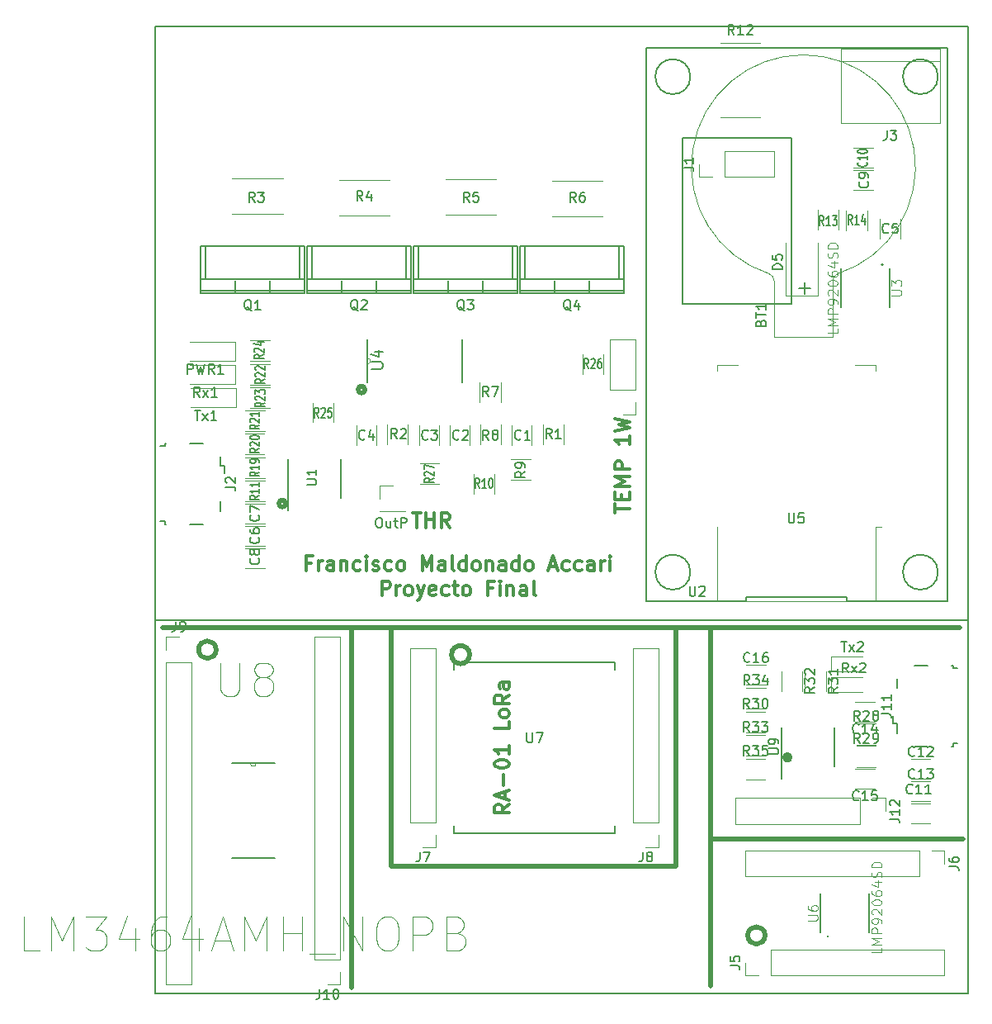
<source format=gbr>
%TF.GenerationSoftware,KiCad,Pcbnew,5.0.0-fee4fd1~66~ubuntu18.04.1*%
%TF.CreationDate,2019-06-24T19:08:59-03:00*%
%TF.ProjectId,Placa tesis,506C6163612074657369732E6B696361,rev?*%
%TF.SameCoordinates,Original*%
%TF.FileFunction,Legend,Top*%
%TF.FilePolarity,Positive*%
%FSLAX46Y46*%
G04 Gerber Fmt 4.6, Leading zero omitted, Abs format (unit mm)*
G04 Created by KiCad (PCBNEW 5.0.0-fee4fd1~66~ubuntu18.04.1) date Mon Jun 24 19:08:59 2019*
%MOMM*%
%LPD*%
G01*
G04 APERTURE LIST*
%ADD10C,0.500000*%
%ADD11C,0.150000*%
%ADD12C,0.300000*%
%ADD13C,0.200000*%
%ADD14C,0.120000*%
%ADD15C,0.100000*%
%ADD16C,0.152400*%
%ADD17C,0.127000*%
%ADD18C,0.050000*%
G04 APERTURE END LIST*
D10*
X94742000Y-102616000D02*
X94742000Y-127127000D01*
X127508000Y-124333000D02*
X153416000Y-124333000D01*
X127508000Y-102616000D02*
X127508000Y-139407900D01*
X123952000Y-127127000D02*
X94742000Y-127127000D01*
X123952000Y-102616000D02*
X123952000Y-127127000D01*
X90678000Y-102616000D02*
X90678000Y-139560300D01*
X71247000Y-102616000D02*
X153035000Y-102616000D01*
D11*
X70485000Y-140119100D02*
X153924000Y-140119100D01*
X70485000Y-101854000D02*
X153924000Y-101854000D01*
D10*
X83925210Y-89916000D02*
G75*
G03X83925210Y-89916000I-359210J0D01*
G01*
X92053210Y-78232000D02*
G75*
G03X92053210Y-78232000I-359210J0D01*
G01*
X135665981Y-115951000D02*
G75*
G03X135665981Y-115951000I-283981J0D01*
G01*
X133096000Y-134200900D02*
G75*
G03X133096000Y-134200900I-889000J0D01*
G01*
X76780526Y-104902000D02*
G75*
G03X76780526Y-104902000I-898026J0D01*
G01*
X102778574Y-105410000D02*
G75*
G03X102778574Y-105410000I-924574J0D01*
G01*
D12*
X106850571Y-120756428D02*
X106136285Y-121256428D01*
X106850571Y-121613571D02*
X105350571Y-121613571D01*
X105350571Y-121042142D01*
X105422000Y-120899285D01*
X105493428Y-120827857D01*
X105636285Y-120756428D01*
X105850571Y-120756428D01*
X105993428Y-120827857D01*
X106064857Y-120899285D01*
X106136285Y-121042142D01*
X106136285Y-121613571D01*
X106422000Y-120185000D02*
X106422000Y-119470714D01*
X106850571Y-120327857D02*
X105350571Y-119827857D01*
X106850571Y-119327857D01*
X106279142Y-118827857D02*
X106279142Y-117685000D01*
X105350571Y-116685000D02*
X105350571Y-116542142D01*
X105422000Y-116399285D01*
X105493428Y-116327857D01*
X105636285Y-116256428D01*
X105922000Y-116185000D01*
X106279142Y-116185000D01*
X106564857Y-116256428D01*
X106707714Y-116327857D01*
X106779142Y-116399285D01*
X106850571Y-116542142D01*
X106850571Y-116685000D01*
X106779142Y-116827857D01*
X106707714Y-116899285D01*
X106564857Y-116970714D01*
X106279142Y-117042142D01*
X105922000Y-117042142D01*
X105636285Y-116970714D01*
X105493428Y-116899285D01*
X105422000Y-116827857D01*
X105350571Y-116685000D01*
X106850571Y-114756428D02*
X106850571Y-115613571D01*
X106850571Y-115185000D02*
X105350571Y-115185000D01*
X105564857Y-115327857D01*
X105707714Y-115470714D01*
X105779142Y-115613571D01*
X106850571Y-112256428D02*
X106850571Y-112970714D01*
X105350571Y-112970714D01*
X106850571Y-111542142D02*
X106779142Y-111685000D01*
X106707714Y-111756428D01*
X106564857Y-111827857D01*
X106136285Y-111827857D01*
X105993428Y-111756428D01*
X105922000Y-111685000D01*
X105850571Y-111542142D01*
X105850571Y-111327857D01*
X105922000Y-111185000D01*
X105993428Y-111113571D01*
X106136285Y-111042142D01*
X106564857Y-111042142D01*
X106707714Y-111113571D01*
X106779142Y-111185000D01*
X106850571Y-111327857D01*
X106850571Y-111542142D01*
X106850571Y-109542142D02*
X106136285Y-110042142D01*
X106850571Y-110399285D02*
X105350571Y-110399285D01*
X105350571Y-109827857D01*
X105422000Y-109685000D01*
X105493428Y-109613571D01*
X105636285Y-109542142D01*
X105850571Y-109542142D01*
X105993428Y-109613571D01*
X106064857Y-109685000D01*
X106136285Y-109827857D01*
X106136285Y-110399285D01*
X106850571Y-108256428D02*
X106064857Y-108256428D01*
X105922000Y-108327857D01*
X105850571Y-108470714D01*
X105850571Y-108756428D01*
X105922000Y-108899285D01*
X106779142Y-108256428D02*
X106850571Y-108399285D01*
X106850571Y-108756428D01*
X106779142Y-108899285D01*
X106636285Y-108970714D01*
X106493428Y-108970714D01*
X106350571Y-108899285D01*
X106279142Y-108756428D01*
X106279142Y-108399285D01*
X106207714Y-108256428D01*
D11*
X153924000Y-41021000D02*
X153924000Y-140119100D01*
X70485000Y-41021000D02*
X70485000Y-140119100D01*
D13*
X124587000Y-69469000D02*
X135763000Y-69469000D01*
D12*
X117669571Y-90836142D02*
X117669571Y-89979000D01*
X119169571Y-90407571D02*
X117669571Y-90407571D01*
X118383857Y-89479000D02*
X118383857Y-88979000D01*
X119169571Y-88764714D02*
X119169571Y-89479000D01*
X117669571Y-89479000D01*
X117669571Y-88764714D01*
X119169571Y-88121857D02*
X117669571Y-88121857D01*
X118741000Y-87621857D01*
X117669571Y-87121857D01*
X119169571Y-87121857D01*
X119169571Y-86407571D02*
X117669571Y-86407571D01*
X117669571Y-85836142D01*
X117741000Y-85693285D01*
X117812428Y-85621857D01*
X117955285Y-85550428D01*
X118169571Y-85550428D01*
X118312428Y-85621857D01*
X118383857Y-85693285D01*
X118455285Y-85836142D01*
X118455285Y-86407571D01*
X119169571Y-82979000D02*
X119169571Y-83836142D01*
X119169571Y-83407571D02*
X117669571Y-83407571D01*
X117883857Y-83550428D01*
X118026714Y-83693285D01*
X118098142Y-83836142D01*
X117669571Y-82479000D02*
X119169571Y-82121857D01*
X118098142Y-81836142D01*
X119169571Y-81550428D01*
X117669571Y-81193285D01*
X86492857Y-96026857D02*
X85992857Y-96026857D01*
X85992857Y-96812571D02*
X85992857Y-95312571D01*
X86707142Y-95312571D01*
X87278571Y-96812571D02*
X87278571Y-95812571D01*
X87278571Y-96098285D02*
X87350000Y-95955428D01*
X87421428Y-95884000D01*
X87564285Y-95812571D01*
X87707142Y-95812571D01*
X88850000Y-96812571D02*
X88850000Y-96026857D01*
X88778571Y-95884000D01*
X88635714Y-95812571D01*
X88350000Y-95812571D01*
X88207142Y-95884000D01*
X88850000Y-96741142D02*
X88707142Y-96812571D01*
X88350000Y-96812571D01*
X88207142Y-96741142D01*
X88135714Y-96598285D01*
X88135714Y-96455428D01*
X88207142Y-96312571D01*
X88350000Y-96241142D01*
X88707142Y-96241142D01*
X88850000Y-96169714D01*
X89564285Y-95812571D02*
X89564285Y-96812571D01*
X89564285Y-95955428D02*
X89635714Y-95884000D01*
X89778571Y-95812571D01*
X89992857Y-95812571D01*
X90135714Y-95884000D01*
X90207142Y-96026857D01*
X90207142Y-96812571D01*
X91564285Y-96741142D02*
X91421428Y-96812571D01*
X91135714Y-96812571D01*
X90992857Y-96741142D01*
X90921428Y-96669714D01*
X90850000Y-96526857D01*
X90850000Y-96098285D01*
X90921428Y-95955428D01*
X90992857Y-95884000D01*
X91135714Y-95812571D01*
X91421428Y-95812571D01*
X91564285Y-95884000D01*
X92207142Y-96812571D02*
X92207142Y-95812571D01*
X92207142Y-95312571D02*
X92135714Y-95384000D01*
X92207142Y-95455428D01*
X92278571Y-95384000D01*
X92207142Y-95312571D01*
X92207142Y-95455428D01*
X92850000Y-96741142D02*
X92992857Y-96812571D01*
X93278571Y-96812571D01*
X93421428Y-96741142D01*
X93492857Y-96598285D01*
X93492857Y-96526857D01*
X93421428Y-96384000D01*
X93278571Y-96312571D01*
X93064285Y-96312571D01*
X92921428Y-96241142D01*
X92850000Y-96098285D01*
X92850000Y-96026857D01*
X92921428Y-95884000D01*
X93064285Y-95812571D01*
X93278571Y-95812571D01*
X93421428Y-95884000D01*
X94778571Y-96741142D02*
X94635714Y-96812571D01*
X94350000Y-96812571D01*
X94207142Y-96741142D01*
X94135714Y-96669714D01*
X94064285Y-96526857D01*
X94064285Y-96098285D01*
X94135714Y-95955428D01*
X94207142Y-95884000D01*
X94350000Y-95812571D01*
X94635714Y-95812571D01*
X94778571Y-95884000D01*
X95635714Y-96812571D02*
X95492857Y-96741142D01*
X95421428Y-96669714D01*
X95350000Y-96526857D01*
X95350000Y-96098285D01*
X95421428Y-95955428D01*
X95492857Y-95884000D01*
X95635714Y-95812571D01*
X95850000Y-95812571D01*
X95992857Y-95884000D01*
X96064285Y-95955428D01*
X96135714Y-96098285D01*
X96135714Y-96526857D01*
X96064285Y-96669714D01*
X95992857Y-96741142D01*
X95850000Y-96812571D01*
X95635714Y-96812571D01*
X97921428Y-96812571D02*
X97921428Y-95312571D01*
X98421428Y-96384000D01*
X98921428Y-95312571D01*
X98921428Y-96812571D01*
X100278571Y-96812571D02*
X100278571Y-96026857D01*
X100207142Y-95884000D01*
X100064285Y-95812571D01*
X99778571Y-95812571D01*
X99635714Y-95884000D01*
X100278571Y-96741142D02*
X100135714Y-96812571D01*
X99778571Y-96812571D01*
X99635714Y-96741142D01*
X99564285Y-96598285D01*
X99564285Y-96455428D01*
X99635714Y-96312571D01*
X99778571Y-96241142D01*
X100135714Y-96241142D01*
X100278571Y-96169714D01*
X101207142Y-96812571D02*
X101064285Y-96741142D01*
X100992857Y-96598285D01*
X100992857Y-95312571D01*
X102421428Y-96812571D02*
X102421428Y-95312571D01*
X102421428Y-96741142D02*
X102278571Y-96812571D01*
X101992857Y-96812571D01*
X101850000Y-96741142D01*
X101778571Y-96669714D01*
X101707142Y-96526857D01*
X101707142Y-96098285D01*
X101778571Y-95955428D01*
X101850000Y-95884000D01*
X101992857Y-95812571D01*
X102278571Y-95812571D01*
X102421428Y-95884000D01*
X103350000Y-96812571D02*
X103207142Y-96741142D01*
X103135714Y-96669714D01*
X103064285Y-96526857D01*
X103064285Y-96098285D01*
X103135714Y-95955428D01*
X103207142Y-95884000D01*
X103350000Y-95812571D01*
X103564285Y-95812571D01*
X103707142Y-95884000D01*
X103778571Y-95955428D01*
X103850000Y-96098285D01*
X103850000Y-96526857D01*
X103778571Y-96669714D01*
X103707142Y-96741142D01*
X103564285Y-96812571D01*
X103350000Y-96812571D01*
X104492857Y-95812571D02*
X104492857Y-96812571D01*
X104492857Y-95955428D02*
X104564285Y-95884000D01*
X104707142Y-95812571D01*
X104921428Y-95812571D01*
X105064285Y-95884000D01*
X105135714Y-96026857D01*
X105135714Y-96812571D01*
X106492857Y-96812571D02*
X106492857Y-96026857D01*
X106421428Y-95884000D01*
X106278571Y-95812571D01*
X105992857Y-95812571D01*
X105850000Y-95884000D01*
X106492857Y-96741142D02*
X106350000Y-96812571D01*
X105992857Y-96812571D01*
X105850000Y-96741142D01*
X105778571Y-96598285D01*
X105778571Y-96455428D01*
X105850000Y-96312571D01*
X105992857Y-96241142D01*
X106350000Y-96241142D01*
X106492857Y-96169714D01*
X107850000Y-96812571D02*
X107850000Y-95312571D01*
X107850000Y-96741142D02*
X107707142Y-96812571D01*
X107421428Y-96812571D01*
X107278571Y-96741142D01*
X107207142Y-96669714D01*
X107135714Y-96526857D01*
X107135714Y-96098285D01*
X107207142Y-95955428D01*
X107278571Y-95884000D01*
X107421428Y-95812571D01*
X107707142Y-95812571D01*
X107850000Y-95884000D01*
X108778571Y-96812571D02*
X108635714Y-96741142D01*
X108564285Y-96669714D01*
X108492857Y-96526857D01*
X108492857Y-96098285D01*
X108564285Y-95955428D01*
X108635714Y-95884000D01*
X108778571Y-95812571D01*
X108992857Y-95812571D01*
X109135714Y-95884000D01*
X109207142Y-95955428D01*
X109278571Y-96098285D01*
X109278571Y-96526857D01*
X109207142Y-96669714D01*
X109135714Y-96741142D01*
X108992857Y-96812571D01*
X108778571Y-96812571D01*
X110992857Y-96384000D02*
X111707142Y-96384000D01*
X110850000Y-96812571D02*
X111350000Y-95312571D01*
X111850000Y-96812571D01*
X112992857Y-96741142D02*
X112850000Y-96812571D01*
X112564285Y-96812571D01*
X112421428Y-96741142D01*
X112350000Y-96669714D01*
X112278571Y-96526857D01*
X112278571Y-96098285D01*
X112350000Y-95955428D01*
X112421428Y-95884000D01*
X112564285Y-95812571D01*
X112850000Y-95812571D01*
X112992857Y-95884000D01*
X114278571Y-96741142D02*
X114135714Y-96812571D01*
X113850000Y-96812571D01*
X113707142Y-96741142D01*
X113635714Y-96669714D01*
X113564285Y-96526857D01*
X113564285Y-96098285D01*
X113635714Y-95955428D01*
X113707142Y-95884000D01*
X113850000Y-95812571D01*
X114135714Y-95812571D01*
X114278571Y-95884000D01*
X115564285Y-96812571D02*
X115564285Y-96026857D01*
X115492857Y-95884000D01*
X115350000Y-95812571D01*
X115064285Y-95812571D01*
X114921428Y-95884000D01*
X115564285Y-96741142D02*
X115421428Y-96812571D01*
X115064285Y-96812571D01*
X114921428Y-96741142D01*
X114850000Y-96598285D01*
X114850000Y-96455428D01*
X114921428Y-96312571D01*
X115064285Y-96241142D01*
X115421428Y-96241142D01*
X115564285Y-96169714D01*
X116278571Y-96812571D02*
X116278571Y-95812571D01*
X116278571Y-96098285D02*
X116350000Y-95955428D01*
X116421428Y-95884000D01*
X116564285Y-95812571D01*
X116707142Y-95812571D01*
X117207142Y-96812571D02*
X117207142Y-95812571D01*
X117207142Y-95312571D02*
X117135714Y-95384000D01*
X117207142Y-95455428D01*
X117278571Y-95384000D01*
X117207142Y-95312571D01*
X117207142Y-95455428D01*
X93778571Y-99362571D02*
X93778571Y-97862571D01*
X94350000Y-97862571D01*
X94492857Y-97934000D01*
X94564285Y-98005428D01*
X94635714Y-98148285D01*
X94635714Y-98362571D01*
X94564285Y-98505428D01*
X94492857Y-98576857D01*
X94350000Y-98648285D01*
X93778571Y-98648285D01*
X95278571Y-99362571D02*
X95278571Y-98362571D01*
X95278571Y-98648285D02*
X95350000Y-98505428D01*
X95421428Y-98434000D01*
X95564285Y-98362571D01*
X95707142Y-98362571D01*
X96421428Y-99362571D02*
X96278571Y-99291142D01*
X96207142Y-99219714D01*
X96135714Y-99076857D01*
X96135714Y-98648285D01*
X96207142Y-98505428D01*
X96278571Y-98434000D01*
X96421428Y-98362571D01*
X96635714Y-98362571D01*
X96778571Y-98434000D01*
X96850000Y-98505428D01*
X96921428Y-98648285D01*
X96921428Y-99076857D01*
X96850000Y-99219714D01*
X96778571Y-99291142D01*
X96635714Y-99362571D01*
X96421428Y-99362571D01*
X97421428Y-98362571D02*
X97778571Y-99362571D01*
X98135714Y-98362571D02*
X97778571Y-99362571D01*
X97635714Y-99719714D01*
X97564285Y-99791142D01*
X97421428Y-99862571D01*
X99278571Y-99291142D02*
X99135714Y-99362571D01*
X98850000Y-99362571D01*
X98707142Y-99291142D01*
X98635714Y-99148285D01*
X98635714Y-98576857D01*
X98707142Y-98434000D01*
X98850000Y-98362571D01*
X99135714Y-98362571D01*
X99278571Y-98434000D01*
X99350000Y-98576857D01*
X99350000Y-98719714D01*
X98635714Y-98862571D01*
X100635714Y-99291142D02*
X100492857Y-99362571D01*
X100207142Y-99362571D01*
X100064285Y-99291142D01*
X99992857Y-99219714D01*
X99921428Y-99076857D01*
X99921428Y-98648285D01*
X99992857Y-98505428D01*
X100064285Y-98434000D01*
X100207142Y-98362571D01*
X100492857Y-98362571D01*
X100635714Y-98434000D01*
X101064285Y-98362571D02*
X101635714Y-98362571D01*
X101278571Y-97862571D02*
X101278571Y-99148285D01*
X101350000Y-99291142D01*
X101492857Y-99362571D01*
X101635714Y-99362571D01*
X102350000Y-99362571D02*
X102207142Y-99291142D01*
X102135714Y-99219714D01*
X102064285Y-99076857D01*
X102064285Y-98648285D01*
X102135714Y-98505428D01*
X102207142Y-98434000D01*
X102350000Y-98362571D01*
X102564285Y-98362571D01*
X102707142Y-98434000D01*
X102778571Y-98505428D01*
X102850000Y-98648285D01*
X102850000Y-99076857D01*
X102778571Y-99219714D01*
X102707142Y-99291142D01*
X102564285Y-99362571D01*
X102350000Y-99362571D01*
X105135714Y-98576857D02*
X104635714Y-98576857D01*
X104635714Y-99362571D02*
X104635714Y-97862571D01*
X105350000Y-97862571D01*
X105921428Y-99362571D02*
X105921428Y-98362571D01*
X105921428Y-97862571D02*
X105850000Y-97934000D01*
X105921428Y-98005428D01*
X105992857Y-97934000D01*
X105921428Y-97862571D01*
X105921428Y-98005428D01*
X106635714Y-98362571D02*
X106635714Y-99362571D01*
X106635714Y-98505428D02*
X106707142Y-98434000D01*
X106850000Y-98362571D01*
X107064285Y-98362571D01*
X107207142Y-98434000D01*
X107278571Y-98576857D01*
X107278571Y-99362571D01*
X108635714Y-99362571D02*
X108635714Y-98576857D01*
X108564285Y-98434000D01*
X108421428Y-98362571D01*
X108135714Y-98362571D01*
X107992857Y-98434000D01*
X108635714Y-99291142D02*
X108492857Y-99362571D01*
X108135714Y-99362571D01*
X107992857Y-99291142D01*
X107921428Y-99148285D01*
X107921428Y-99005428D01*
X107992857Y-98862571D01*
X108135714Y-98791142D01*
X108492857Y-98791142D01*
X108635714Y-98719714D01*
X109564285Y-99362571D02*
X109421428Y-99291142D01*
X109349999Y-99148285D01*
X109349999Y-97862571D01*
X96968714Y-90872571D02*
X97825857Y-90872571D01*
X97397285Y-92372571D02*
X97397285Y-90872571D01*
X98325857Y-92372571D02*
X98325857Y-90872571D01*
X98325857Y-91586857D02*
X99183000Y-91586857D01*
X99183000Y-92372571D02*
X99183000Y-90872571D01*
X100754428Y-92372571D02*
X100254428Y-91658285D01*
X99897285Y-92372571D02*
X99897285Y-90872571D01*
X100468714Y-90872571D01*
X100611571Y-90944000D01*
X100683000Y-91015428D01*
X100754428Y-91158285D01*
X100754428Y-91372571D01*
X100683000Y-91515428D01*
X100611571Y-91586857D01*
X100468714Y-91658285D01*
X99897285Y-91658285D01*
D13*
X124587000Y-52451000D02*
X124587000Y-69469000D01*
X135763000Y-52451000D02*
X135763000Y-69469000D01*
X124587000Y-52451000D02*
X135763000Y-52451000D01*
D11*
X70485000Y-41021000D02*
X153924000Y-41021000D01*
D14*
%TO.C,J1*%
X126305000Y-56448000D02*
X126305000Y-55118000D01*
X127635000Y-56448000D02*
X126305000Y-56448000D01*
X128905000Y-56448000D02*
X128905000Y-53788000D01*
X128905000Y-53788000D02*
X134045000Y-53788000D01*
X128905000Y-56448000D02*
X134045000Y-56448000D01*
X134045000Y-56448000D02*
X134045000Y-53788000D01*
%TO.C,J7*%
X99326544Y-104750024D02*
X96666544Y-104750024D01*
X99326544Y-122590024D02*
X99326544Y-104750024D01*
X96666544Y-122590024D02*
X96666544Y-104750024D01*
X99326544Y-122590024D02*
X96666544Y-122590024D01*
X99326544Y-123860024D02*
X99326544Y-125190024D01*
X99326544Y-125190024D02*
X97996544Y-125190024D01*
%TO.C,C12*%
X150064586Y-116114103D02*
X148064586Y-116114103D01*
X148064586Y-118154103D02*
X150064586Y-118154103D01*
D11*
%TO.C,U9*%
X134782586Y-118123103D02*
X134782586Y-112848103D01*
X140182586Y-116848103D02*
X140182586Y-112848103D01*
D14*
%TO.C,OutP*%
X93539000Y-90738000D02*
X96199000Y-90738000D01*
X93539000Y-90678000D02*
X93539000Y-90738000D01*
X96199000Y-90678000D02*
X96199000Y-90738000D01*
X93539000Y-90678000D02*
X96199000Y-90678000D01*
X93539000Y-89408000D02*
X93539000Y-88078000D01*
X93539000Y-88078000D02*
X94869000Y-88078000D01*
D11*
%TO.C,U2*%
X151782977Y-99933063D02*
X151782978Y-43173063D01*
X151782978Y-43173063D02*
X120882979Y-43173063D01*
X120882979Y-43173063D02*
X120882978Y-99933063D01*
X120882978Y-99933063D02*
X131182978Y-99933063D01*
X131182978Y-99933063D02*
X131182978Y-99483063D01*
X131182978Y-99483063D02*
X141482977Y-99483063D01*
X141482977Y-99483063D02*
X141482977Y-99933063D01*
X141482977Y-99933063D02*
X151782977Y-99933063D01*
X125429029Y-96953063D02*
G75*
G03X125429029Y-96953063I-1796051J0D01*
G01*
X150829029Y-96953063D02*
G75*
G03X150829029Y-96953063I-1796051J0D01*
G01*
X150829029Y-46153063D02*
G75*
G03X150829029Y-46153063I-1796051J0D01*
G01*
X125429029Y-46153063D02*
G75*
G03X125429029Y-46153063I-1796051J0D01*
G01*
%TO.C,Q1*%
X75184000Y-68326000D02*
X85852000Y-68326000D01*
X75184000Y-68326000D02*
X75184000Y-63500000D01*
X85852000Y-68326000D02*
X85852000Y-63500000D01*
X75184000Y-63500000D02*
X85852000Y-63500000D01*
X85852000Y-66929000D02*
X75184000Y-66929000D01*
X82296000Y-67056000D02*
X82296000Y-68326000D01*
X78740000Y-67056000D02*
X78740000Y-68326000D01*
X75184000Y-68072000D02*
X85852000Y-68072000D01*
X85344000Y-66929000D02*
X85344000Y-63500000D01*
X75692000Y-66929000D02*
X75692000Y-63500000D01*
D15*
%TO.C,U4*%
X92303600Y-75006200D02*
G75*
G02X92303600Y-75615800I0J-304800D01*
G01*
D16*
X92303600Y-75615800D02*
X92303600Y-77520800D01*
X92303600Y-75006200D02*
X92303600Y-75615800D01*
X92303600Y-73101200D02*
X92303600Y-75006200D01*
X102006400Y-77520800D02*
X102006400Y-73101200D01*
D14*
%TO.C,R14*%
X141432681Y-61893743D02*
X141432681Y-59893743D01*
X143572681Y-59893743D02*
X143572681Y-61893743D01*
%TO.C,R13*%
X140651681Y-59840743D02*
X140651681Y-61840743D01*
X138511681Y-61840743D02*
X138511681Y-59840743D01*
%TO.C,C5*%
X144903000Y-60746000D02*
X144903000Y-62746000D01*
X146943000Y-62746000D02*
X146943000Y-60746000D01*
D17*
%TO.C,U3*%
X145891681Y-65825743D02*
X145891681Y-69825743D01*
X140891681Y-69825743D02*
X140891681Y-65825743D01*
X145212391Y-65425743D02*
G75*
G03X145212391Y-65425743I-70710J0D01*
G01*
D14*
%TO.C,C1*%
X109172000Y-83931000D02*
X109172000Y-81931000D01*
X107132000Y-81931000D02*
X107132000Y-83931000D01*
%TO.C,C2*%
X100731000Y-81931000D02*
X100731000Y-83931000D01*
X102771000Y-83931000D02*
X102771000Y-81931000D01*
%TO.C,C3*%
X99623000Y-83931000D02*
X99623000Y-81931000D01*
X97583000Y-81931000D02*
X97583000Y-83931000D01*
%TO.C,C4*%
X91182000Y-81931000D02*
X91182000Y-83931000D01*
X93222000Y-83931000D02*
X93222000Y-81931000D01*
D11*
%TO.C,Q2*%
X86614000Y-66929000D02*
X86614000Y-63500000D01*
X96266000Y-66929000D02*
X96266000Y-63500000D01*
X86106000Y-68072000D02*
X96774000Y-68072000D01*
X89662000Y-67056000D02*
X89662000Y-68326000D01*
X93218000Y-67056000D02*
X93218000Y-68326000D01*
X96774000Y-66929000D02*
X86106000Y-66929000D01*
X86106000Y-63500000D02*
X96774000Y-63500000D01*
X96774000Y-68326000D02*
X96774000Y-63500000D01*
X86106000Y-68326000D02*
X86106000Y-63500000D01*
X86106000Y-68326000D02*
X96774000Y-68326000D01*
%TO.C,Q3*%
X97028000Y-68326000D02*
X107696000Y-68326000D01*
X97028000Y-68326000D02*
X97028000Y-63500000D01*
X107696000Y-68326000D02*
X107696000Y-63500000D01*
X97028000Y-63500000D02*
X107696000Y-63500000D01*
X107696000Y-66929000D02*
X97028000Y-66929000D01*
X104140000Y-67056000D02*
X104140000Y-68326000D01*
X100584000Y-67056000D02*
X100584000Y-68326000D01*
X97028000Y-68072000D02*
X107696000Y-68072000D01*
X107188000Y-66929000D02*
X107188000Y-63500000D01*
X97536000Y-66929000D02*
X97536000Y-63500000D01*
%TO.C,Q4*%
X108458000Y-66929000D02*
X108458000Y-63500000D01*
X118110000Y-66929000D02*
X118110000Y-63500000D01*
X107950000Y-68072000D02*
X118618000Y-68072000D01*
X111506000Y-67056000D02*
X111506000Y-68326000D01*
X115062000Y-67056000D02*
X115062000Y-68326000D01*
X118618000Y-66929000D02*
X107950000Y-66929000D01*
X107950000Y-63500000D02*
X118618000Y-63500000D01*
X118618000Y-68326000D02*
X118618000Y-63500000D01*
X107950000Y-68326000D02*
X107950000Y-63500000D01*
X107950000Y-68326000D02*
X118618000Y-68326000D01*
D14*
%TO.C,R1*%
X112420000Y-81831000D02*
X112420000Y-83831000D01*
X110280000Y-83831000D02*
X110280000Y-81831000D01*
%TO.C,R2*%
X96470000Y-81831000D02*
X96470000Y-83831000D01*
X94330000Y-83831000D02*
X94330000Y-81831000D01*
%TO.C,R7*%
X105972000Y-77486000D02*
X105972000Y-79486000D01*
X103832000Y-79486000D02*
X103832000Y-77486000D01*
%TO.C,R8*%
X103879000Y-83831000D02*
X103879000Y-81831000D01*
X106019000Y-81831000D02*
X106019000Y-83831000D01*
%TO.C,R9*%
X109026582Y-87475586D02*
X107026582Y-87475586D01*
X107026582Y-85335586D02*
X109026582Y-85335586D01*
%TO.C,R10*%
X103197000Y-88884000D02*
X103197000Y-86884000D01*
X105337000Y-86884000D02*
X105337000Y-88884000D01*
%TO.C,U5*%
X144452978Y-92309063D02*
X145062978Y-92309063D01*
X144452978Y-92309063D02*
X144452978Y-99929063D01*
X144452978Y-75689063D02*
X144452978Y-76309063D01*
X142332978Y-75689063D02*
X144452978Y-75689063D01*
X128212978Y-75689063D02*
X130332978Y-75689063D01*
X128212978Y-76309063D02*
X128212978Y-75689063D01*
X128212978Y-99929063D02*
X128212978Y-92309063D01*
X144452978Y-99929063D02*
X128212978Y-99929063D01*
%TO.C,R3*%
X83626000Y-60240000D02*
X78426000Y-60240000D01*
X78426000Y-56600000D02*
X83626000Y-56600000D01*
%TO.C,R4*%
X89380285Y-56716516D02*
X94580285Y-56716516D01*
X94580285Y-60356516D02*
X89380285Y-60356516D01*
%TO.C,R5*%
X105509421Y-60331115D02*
X100309421Y-60331115D01*
X100309421Y-56691115D02*
X105509421Y-56691115D01*
%TO.C,R6*%
X111255893Y-56807348D02*
X116455893Y-56807348D01*
X116455893Y-60447348D02*
X111255893Y-60447348D01*
%TO.C,C6*%
X81772000Y-92198000D02*
X79772000Y-92198000D01*
X79772000Y-94238000D02*
X81772000Y-94238000D01*
%TO.C,C7*%
X79796000Y-91952000D02*
X81796000Y-91952000D01*
X81796000Y-89912000D02*
X79796000Y-89912000D01*
%TO.C,C8*%
X81772000Y-94484000D02*
X79772000Y-94484000D01*
X79772000Y-96524000D02*
X81772000Y-96524000D01*
%TO.C,C9*%
X144153000Y-55749000D02*
X142153000Y-55749000D01*
X142153000Y-57789000D02*
X144153000Y-57789000D01*
%TO.C,C10*%
X142153000Y-55503000D02*
X144153000Y-55503000D01*
X144153000Y-53463000D02*
X142153000Y-53463000D01*
D11*
%TO.C,J2*%
X77203000Y-89684000D02*
X77203000Y-90684000D01*
X77203000Y-86084000D02*
X77203000Y-85084000D01*
X77628000Y-86084000D02*
X77203000Y-86084000D01*
X77628000Y-86809000D02*
X77628000Y-86084000D01*
X74053000Y-92034000D02*
X75453000Y-92034000D01*
X71503000Y-92034000D02*
X71653000Y-92034000D01*
X71503000Y-91734000D02*
X71503000Y-92034000D01*
X71053000Y-91734000D02*
X71503000Y-91734000D01*
X71503000Y-84034000D02*
X71053000Y-84034000D01*
X71503000Y-83734000D02*
X71503000Y-84034000D01*
X71653000Y-83734000D02*
X71503000Y-83734000D01*
X75453000Y-83734000D02*
X74053000Y-83734000D01*
D14*
%TO.C,R11*%
X79772000Y-87576000D02*
X81772000Y-87576000D01*
X81772000Y-89716000D02*
X79772000Y-89716000D01*
%TO.C,R19*%
X81772000Y-87303000D02*
X79772000Y-87303000D01*
X79772000Y-85163000D02*
X81772000Y-85163000D01*
%TO.C,R20*%
X81719000Y-84890000D02*
X79719000Y-84890000D01*
X79719000Y-82750000D02*
X81719000Y-82750000D01*
%TO.C,R21*%
X81772000Y-82477000D02*
X79772000Y-82477000D01*
X79772000Y-80337000D02*
X81772000Y-80337000D01*
%TO.C,R22*%
X80280000Y-75590171D02*
X82280000Y-75590171D01*
X82280000Y-77730171D02*
X80280000Y-77730171D01*
%TO.C,R23*%
X82280000Y-80143171D02*
X80280000Y-80143171D01*
X80280000Y-78003171D02*
X82280000Y-78003171D01*
%TO.C,R24*%
X82280000Y-75317171D02*
X80280000Y-75317171D01*
X80280000Y-73177171D02*
X82280000Y-73177171D01*
D11*
%TO.C,U1*%
X84143000Y-90651000D02*
X84143000Y-85376000D01*
X89543000Y-89376000D02*
X89543000Y-85376000D01*
D14*
%TO.C,R25*%
X86687000Y-81592000D02*
X86687000Y-79592000D01*
X88827000Y-79592000D02*
X88827000Y-81592000D01*
%TO.C,J4*%
X119821000Y-80832000D02*
X118491000Y-80832000D01*
X119821000Y-79502000D02*
X119821000Y-80832000D01*
X119821000Y-78232000D02*
X117161000Y-78232000D01*
X117161000Y-78232000D02*
X117161000Y-73092000D01*
X119821000Y-78232000D02*
X119821000Y-73092000D01*
X119821000Y-73092000D02*
X117161000Y-73092000D01*
%TO.C,R26*%
X116513000Y-74639000D02*
X116513000Y-76639000D01*
X114373000Y-76639000D02*
X114373000Y-74639000D01*
%TO.C,R27*%
X97679000Y-85798000D02*
X99679000Y-85798000D01*
X99679000Y-87938000D02*
X97679000Y-87938000D01*
%TO.C,J3*%
X151003000Y-43307000D02*
X140843000Y-43307000D01*
X151003000Y-50927000D02*
X151003000Y-43307000D01*
X140843000Y-50927000D02*
X151003000Y-50927000D01*
X140843000Y-43307000D02*
X140843000Y-50927000D01*
X140843000Y-44577000D02*
X151003000Y-44577000D01*
%TO.C,J5*%
X131059065Y-138303947D02*
X131059065Y-136973947D01*
X132389065Y-138303947D02*
X131059065Y-138303947D01*
X133659065Y-138303947D02*
X133659065Y-135643947D01*
X133659065Y-135643947D02*
X151499065Y-135643947D01*
X133659065Y-138303947D02*
X151499065Y-138303947D01*
X151499065Y-138303947D02*
X151499065Y-135643947D01*
%TO.C,J6*%
X151499065Y-125483947D02*
X151499065Y-126813947D01*
X150169065Y-125483947D02*
X151499065Y-125483947D01*
X148899065Y-125483947D02*
X148899065Y-128143947D01*
X148899065Y-128143947D02*
X131059065Y-128143947D01*
X148899065Y-125483947D02*
X131059065Y-125483947D01*
X131059065Y-125483947D02*
X131059065Y-128143947D01*
%TO.C,J8*%
X122186544Y-104750024D02*
X119526544Y-104750024D01*
X122186544Y-122590024D02*
X122186544Y-104750024D01*
X119526544Y-122590024D02*
X119526544Y-104750024D01*
X122186544Y-122590024D02*
X119526544Y-122590024D01*
X122186544Y-123860024D02*
X122186544Y-125190024D01*
X122186544Y-125190024D02*
X120856544Y-125190024D01*
D17*
%TO.C,U6*%
X138779065Y-133893947D02*
X138779065Y-129893947D01*
X143779065Y-129893947D02*
X143779065Y-133893947D01*
X139599775Y-134293947D02*
G75*
G03X139599775Y-134293947I-70710J0D01*
G01*
D11*
%TO.C,U7*%
X101176544Y-122962023D02*
X101176544Y-123712023D01*
X101176544Y-123712023D02*
X117676544Y-123712023D01*
X117676544Y-123712023D02*
X117676544Y-122962023D01*
X101176544Y-106962023D02*
X101176544Y-106212023D01*
X101176544Y-106212023D02*
X117676544Y-106212023D01*
X117676544Y-106212023D02*
X117676544Y-106962023D01*
D16*
%TO.C,U8*%
X78371700Y-126263400D02*
X82791300Y-126263400D01*
X82791300Y-116560600D02*
X80886300Y-116560600D01*
X80886300Y-116560600D02*
X80276700Y-116560600D01*
X80276700Y-116560600D02*
X78371700Y-116560600D01*
D15*
X80886300Y-116560600D02*
G75*
G02X80276700Y-116560600I-304800J0D01*
G01*
D14*
%TO.C,J9*%
X71631500Y-103572000D02*
X72961500Y-103572000D01*
X71631500Y-104902000D02*
X71631500Y-103572000D01*
X71631500Y-106172000D02*
X74291500Y-106172000D01*
X74291500Y-106172000D02*
X74291500Y-139252000D01*
X71631500Y-106172000D02*
X71631500Y-139252000D01*
X71631500Y-139252000D02*
X74291500Y-139252000D01*
%TO.C,J10*%
X89531500Y-103572000D02*
X86871500Y-103572000D01*
X89531500Y-136652000D02*
X89531500Y-103572000D01*
X86871500Y-136652000D02*
X86871500Y-103572000D01*
X89531500Y-136652000D02*
X86871500Y-136652000D01*
X89531500Y-137922000D02*
X89531500Y-139252000D01*
X89531500Y-139252000D02*
X88201500Y-139252000D01*
%TO.C,C11*%
X148064586Y-122726103D02*
X150064586Y-122726103D01*
X150064586Y-120686103D02*
X148064586Y-120686103D01*
%TO.C,C13*%
X148064586Y-120440103D02*
X150064586Y-120440103D01*
X150064586Y-118400103D02*
X148064586Y-118400103D01*
%TO.C,C14*%
X142349586Y-112312103D02*
X144349586Y-112312103D01*
X144349586Y-110272103D02*
X142349586Y-110272103D01*
%TO.C,C15*%
X144349586Y-117130103D02*
X142349586Y-117130103D01*
X142349586Y-119170103D02*
X144349586Y-119170103D01*
%TO.C,C16*%
X133149586Y-106462103D02*
X131149586Y-106462103D01*
X131149586Y-108502103D02*
X133149586Y-108502103D01*
D11*
%TO.C,J11*%
X146664586Y-108857103D02*
X146664586Y-107857103D01*
X146664586Y-112457103D02*
X146664586Y-113457103D01*
X146239586Y-112457103D02*
X146664586Y-112457103D01*
X146239586Y-111732103D02*
X146239586Y-112457103D01*
X149814586Y-106507103D02*
X148414586Y-106507103D01*
X152364586Y-106507103D02*
X152214586Y-106507103D01*
X152364586Y-106807103D02*
X152364586Y-106507103D01*
X152814586Y-106807103D02*
X152364586Y-106807103D01*
X152364586Y-114507103D02*
X152814586Y-114507103D01*
X152364586Y-114807103D02*
X152364586Y-114507103D01*
X152214586Y-114807103D02*
X152364586Y-114807103D01*
X148414586Y-114807103D02*
X149814586Y-114807103D01*
D14*
%TO.C,R28*%
X142456098Y-112500445D02*
X144456098Y-112500445D01*
X144456098Y-114640445D02*
X142456098Y-114640445D01*
%TO.C,R29*%
X144456098Y-116926445D02*
X142456098Y-116926445D01*
X142456098Y-114786445D02*
X144456098Y-114786445D01*
%TO.C,R30*%
X133120586Y-113378103D02*
X131120586Y-113378103D01*
X131120586Y-111238103D02*
X133120586Y-111238103D01*
%TO.C,R31*%
X137199586Y-109117103D02*
X137199586Y-107117103D01*
X139339586Y-107117103D02*
X139339586Y-109117103D01*
%TO.C,R32*%
X136926586Y-107117103D02*
X136926586Y-109117103D01*
X134786586Y-109117103D02*
X134786586Y-107117103D01*
%TO.C,R33*%
X131120586Y-113651103D02*
X133120586Y-113651103D01*
X133120586Y-115791103D02*
X131120586Y-115791103D01*
%TO.C,R34*%
X133150207Y-110965103D02*
X131150207Y-110965103D01*
X131150207Y-108825103D02*
X133150207Y-108825103D01*
%TO.C,R35*%
X131120586Y-116064103D02*
X133120586Y-116064103D01*
X133120586Y-118204103D02*
X131120586Y-118204103D01*
%TO.C,Rx2*%
X143079586Y-109248103D02*
X139879586Y-109248103D01*
X139879586Y-107748103D02*
X143079586Y-107748103D01*
X139879586Y-107748103D02*
X139879586Y-109248103D01*
%TO.C,Tx2*%
X139879586Y-105589103D02*
X139879586Y-107089103D01*
X139879586Y-105589103D02*
X143079586Y-105589103D01*
X143079586Y-107089103D02*
X139879586Y-107089103D01*
%TO.C,J12*%
X145441586Y-120122103D02*
X145441586Y-121452103D01*
X144111586Y-120122103D02*
X145441586Y-120122103D01*
X142841586Y-120122103D02*
X142841586Y-122782103D01*
X142841586Y-122782103D02*
X130081586Y-122782103D01*
X142841586Y-120122103D02*
X130081586Y-120122103D01*
X130081586Y-120122103D02*
X130081586Y-122782103D01*
%TO.C,BT1*%
X140033000Y-72812000D02*
X140033000Y-67112000D01*
X140033000Y-72812000D02*
X134033000Y-72812000D01*
X134033000Y-72812000D02*
X134033000Y-67112000D01*
X133506616Y-66360246D02*
G75*
G02X134033000Y-67112000I-273616J-751754D01*
G01*
X137078281Y-43916329D02*
G75*
G03X133533000Y-66362000I-45281J-11495671D01*
G01*
X140559384Y-66360246D02*
G75*
G03X140033000Y-67112000I273616J-751754D01*
G01*
X136987719Y-43916329D02*
G75*
G02X140533000Y-66362000I45281J-11495671D01*
G01*
%TO.C,R12*%
X128528000Y-42672000D02*
X132588000Y-42672000D01*
X128528000Y-50292000D02*
X132588000Y-50292000D01*
%TO.C,Rx1*%
X78779300Y-77632600D02*
X74079300Y-77632600D01*
X78779300Y-75732600D02*
X74079300Y-75732600D01*
X78779300Y-77632600D02*
X78779300Y-75732600D01*
%TO.C,Tx1*%
X78842800Y-79994800D02*
X78842800Y-78094800D01*
X78842800Y-78094800D02*
X74142800Y-78094800D01*
X78842800Y-79994800D02*
X74142800Y-79994800D01*
%TO.C,PWR1*%
X78779300Y-75257700D02*
X74079300Y-75257700D01*
X78779300Y-73357700D02*
X74079300Y-73357700D01*
X78779300Y-75257700D02*
X78779300Y-73357700D01*
%TO.C,D5*%
X135243300Y-68576400D02*
X135243300Y-63176400D01*
X138543300Y-68576400D02*
X138543300Y-63176400D01*
X135243300Y-68576400D02*
X138543300Y-68576400D01*
%TD*%
%TO.C,J1*%
D11*
X124757380Y-55451333D02*
X125471666Y-55451333D01*
X125614523Y-55498952D01*
X125709761Y-55594190D01*
X125757380Y-55737047D01*
X125757380Y-55832285D01*
X125757380Y-54451333D02*
X125757380Y-55022761D01*
X125757380Y-54737047D02*
X124757380Y-54737047D01*
X124900238Y-54832285D01*
X124995476Y-54927523D01*
X125043095Y-55022761D01*
%TO.C,J7*%
X97663210Y-125642404D02*
X97663210Y-126356690D01*
X97615591Y-126499547D01*
X97520353Y-126594785D01*
X97377496Y-126642404D01*
X97282258Y-126642404D01*
X98044163Y-125642404D02*
X98710829Y-125642404D01*
X98282258Y-126642404D01*
%TO.C,C12*%
X148421728Y-115741245D02*
X148374109Y-115788864D01*
X148231252Y-115836483D01*
X148136014Y-115836483D01*
X147993157Y-115788864D01*
X147897919Y-115693626D01*
X147850300Y-115598388D01*
X147802681Y-115407912D01*
X147802681Y-115265055D01*
X147850300Y-115074579D01*
X147897919Y-114979341D01*
X147993157Y-114884103D01*
X148136014Y-114836483D01*
X148231252Y-114836483D01*
X148374109Y-114884103D01*
X148421728Y-114931722D01*
X149374109Y-115836483D02*
X148802681Y-115836483D01*
X149088395Y-115836483D02*
X149088395Y-114836483D01*
X148993157Y-114979341D01*
X148897919Y-115074579D01*
X148802681Y-115122198D01*
X149755062Y-114931722D02*
X149802681Y-114884103D01*
X149897919Y-114836483D01*
X150136014Y-114836483D01*
X150231252Y-114884103D01*
X150278871Y-114931722D01*
X150326490Y-115026960D01*
X150326490Y-115122198D01*
X150278871Y-115265055D01*
X149707443Y-115836483D01*
X150326490Y-115836483D01*
%TO.C,U9*%
X133459966Y-115610007D02*
X134269490Y-115610007D01*
X134364728Y-115562388D01*
X134412347Y-115514769D01*
X134459966Y-115419531D01*
X134459966Y-115229055D01*
X134412347Y-115133817D01*
X134364728Y-115086198D01*
X134269490Y-115038579D01*
X133459966Y-115038579D01*
X134459966Y-114514769D02*
X134459966Y-114324293D01*
X134412347Y-114229055D01*
X134364728Y-114181436D01*
X134221871Y-114086198D01*
X134031395Y-114038579D01*
X133650443Y-114038579D01*
X133555205Y-114086198D01*
X133507586Y-114133817D01*
X133459966Y-114229055D01*
X133459966Y-114419531D01*
X133507586Y-114514769D01*
X133555205Y-114562388D01*
X133650443Y-114610007D01*
X133888538Y-114610007D01*
X133983776Y-114562388D01*
X134031395Y-114514769D01*
X134079014Y-114419531D01*
X134079014Y-114229055D01*
X134031395Y-114133817D01*
X133983776Y-114086198D01*
X133888538Y-114038579D01*
%TO.C,OutP*%
X93408666Y-91400380D02*
X93599142Y-91400380D01*
X93694380Y-91448000D01*
X93789619Y-91543238D01*
X93837238Y-91733714D01*
X93837238Y-92067047D01*
X93789619Y-92257523D01*
X93694380Y-92352761D01*
X93599142Y-92400380D01*
X93408666Y-92400380D01*
X93313428Y-92352761D01*
X93218190Y-92257523D01*
X93170571Y-92067047D01*
X93170571Y-91733714D01*
X93218190Y-91543238D01*
X93313428Y-91448000D01*
X93408666Y-91400380D01*
X94694380Y-91733714D02*
X94694380Y-92400380D01*
X94265809Y-91733714D02*
X94265809Y-92257523D01*
X94313428Y-92352761D01*
X94408666Y-92400380D01*
X94551523Y-92400380D01*
X94646761Y-92352761D01*
X94694380Y-92305142D01*
X95027714Y-91733714D02*
X95408666Y-91733714D01*
X95170571Y-91400380D02*
X95170571Y-92257523D01*
X95218190Y-92352761D01*
X95313428Y-92400380D01*
X95408666Y-92400380D01*
X95742000Y-92400380D02*
X95742000Y-91400380D01*
X96122952Y-91400380D01*
X96218190Y-91448000D01*
X96265809Y-91495619D01*
X96313428Y-91590857D01*
X96313428Y-91733714D01*
X96265809Y-91828952D01*
X96218190Y-91876571D01*
X96122952Y-91924190D01*
X95742000Y-91924190D01*
%TO.C,U2*%
X125357776Y-98393123D02*
X125357776Y-99202647D01*
X125405395Y-99297885D01*
X125453014Y-99345504D01*
X125548252Y-99393123D01*
X125738728Y-99393123D01*
X125833966Y-99345504D01*
X125881585Y-99297885D01*
X125929204Y-99202647D01*
X125929204Y-98393123D01*
X126357776Y-98488362D02*
X126405395Y-98440743D01*
X126500633Y-98393123D01*
X126738728Y-98393123D01*
X126833966Y-98440743D01*
X126881585Y-98488362D01*
X126929204Y-98583600D01*
X126929204Y-98678838D01*
X126881585Y-98821695D01*
X126310157Y-99393123D01*
X126929204Y-99393123D01*
%TO.C,Q1*%
X80422761Y-70143619D02*
X80327523Y-70096000D01*
X80232285Y-70000761D01*
X80089428Y-69857904D01*
X79994190Y-69810285D01*
X79898952Y-69810285D01*
X79946571Y-70048380D02*
X79851333Y-70000761D01*
X79756095Y-69905523D01*
X79708476Y-69715047D01*
X79708476Y-69381714D01*
X79756095Y-69191238D01*
X79851333Y-69096000D01*
X79946571Y-69048380D01*
X80137047Y-69048380D01*
X80232285Y-69096000D01*
X80327523Y-69191238D01*
X80375142Y-69381714D01*
X80375142Y-69715047D01*
X80327523Y-69905523D01*
X80232285Y-70000761D01*
X80137047Y-70048380D01*
X79946571Y-70048380D01*
X81327523Y-70048380D02*
X80756095Y-70048380D01*
X81041809Y-70048380D02*
X81041809Y-69048380D01*
X80946571Y-69191238D01*
X80851333Y-69286476D01*
X80756095Y-69334095D01*
%TO.C,U4*%
D13*
X92687857Y-76098285D02*
X93659285Y-76098285D01*
X93773571Y-76041142D01*
X93830714Y-75984000D01*
X93887857Y-75869714D01*
X93887857Y-75641142D01*
X93830714Y-75526857D01*
X93773571Y-75469714D01*
X93659285Y-75412571D01*
X92687857Y-75412571D01*
X93087857Y-74326857D02*
X93887857Y-74326857D01*
X92630714Y-74612571D02*
X93487857Y-74898285D01*
X93487857Y-74155428D01*
%TO.C,R14*%
D11*
X142052681Y-61293123D02*
X141819347Y-60816933D01*
X141652681Y-61293123D02*
X141652681Y-60293123D01*
X141919347Y-60293123D01*
X141986014Y-60340743D01*
X142019347Y-60388362D01*
X142052681Y-60483600D01*
X142052681Y-60626457D01*
X142019347Y-60721695D01*
X141986014Y-60769314D01*
X141919347Y-60816933D01*
X141652681Y-60816933D01*
X142719347Y-61293123D02*
X142319347Y-61293123D01*
X142519347Y-61293123D02*
X142519347Y-60293123D01*
X142452681Y-60435981D01*
X142386014Y-60531219D01*
X142319347Y-60578838D01*
X143319347Y-60626457D02*
X143319347Y-61293123D01*
X143152681Y-60245504D02*
X142986014Y-60959790D01*
X143419347Y-60959790D01*
%TO.C,R13*%
X139123000Y-61412380D02*
X138889666Y-60936190D01*
X138723000Y-61412380D02*
X138723000Y-60412380D01*
X138989666Y-60412380D01*
X139056333Y-60460000D01*
X139089666Y-60507619D01*
X139123000Y-60602857D01*
X139123000Y-60745714D01*
X139089666Y-60840952D01*
X139056333Y-60888571D01*
X138989666Y-60936190D01*
X138723000Y-60936190D01*
X139789666Y-61412380D02*
X139389666Y-61412380D01*
X139589666Y-61412380D02*
X139589666Y-60412380D01*
X139523000Y-60555238D01*
X139456333Y-60650476D01*
X139389666Y-60698095D01*
X140023000Y-60412380D02*
X140456333Y-60412380D01*
X140223000Y-60793333D01*
X140323000Y-60793333D01*
X140389666Y-60840952D01*
X140423000Y-60888571D01*
X140456333Y-60983809D01*
X140456333Y-61221904D01*
X140423000Y-61317142D01*
X140389666Y-61364761D01*
X140323000Y-61412380D01*
X140123000Y-61412380D01*
X140056333Y-61364761D01*
X140023000Y-61317142D01*
%TO.C,C5*%
X145756333Y-62103142D02*
X145708714Y-62150761D01*
X145565857Y-62198380D01*
X145470619Y-62198380D01*
X145327761Y-62150761D01*
X145232523Y-62055523D01*
X145184904Y-61960285D01*
X145137285Y-61769809D01*
X145137285Y-61626952D01*
X145184904Y-61436476D01*
X145232523Y-61341238D01*
X145327761Y-61246000D01*
X145470619Y-61198380D01*
X145565857Y-61198380D01*
X145708714Y-61246000D01*
X145756333Y-61293619D01*
X146661095Y-61198380D02*
X146184904Y-61198380D01*
X146137285Y-61674571D01*
X146184904Y-61626952D01*
X146280142Y-61579333D01*
X146518238Y-61579333D01*
X146613476Y-61626952D01*
X146661095Y-61674571D01*
X146708714Y-61769809D01*
X146708714Y-62007904D01*
X146661095Y-62103142D01*
X146613476Y-62150761D01*
X146518238Y-62198380D01*
X146280142Y-62198380D01*
X146184904Y-62150761D01*
X146137285Y-62103142D01*
%TO.C,U3*%
D18*
X146083886Y-68579002D02*
X146894867Y-68579002D01*
X146990276Y-68531297D01*
X147037981Y-68483592D01*
X147085686Y-68388183D01*
X147085686Y-68197364D01*
X147037981Y-68101954D01*
X146990276Y-68054249D01*
X146894867Y-68006545D01*
X146083886Y-68006545D01*
X146083886Y-67624906D02*
X146083886Y-67004745D01*
X146465524Y-67338678D01*
X146465524Y-67195564D01*
X146513229Y-67100154D01*
X146560933Y-67052449D01*
X146656343Y-67004745D01*
X146894867Y-67004745D01*
X146990276Y-67052449D01*
X147037981Y-67100154D01*
X147085686Y-67195564D01*
X147085686Y-67481792D01*
X147037981Y-67577202D01*
X146990276Y-67624906D01*
X140543785Y-71960484D02*
X140543785Y-72438488D01*
X139539975Y-72438488D01*
X140543785Y-71625880D02*
X139539975Y-71625880D01*
X140256982Y-71291277D01*
X139539975Y-70956674D01*
X140543785Y-70956674D01*
X140543785Y-70478669D02*
X139539975Y-70478669D01*
X139539975Y-70096265D01*
X139587776Y-70000664D01*
X139635576Y-69952864D01*
X139731177Y-69905063D01*
X139874578Y-69905063D01*
X139970179Y-69952864D01*
X140017980Y-70000664D01*
X140065780Y-70096265D01*
X140065780Y-70478669D01*
X140543785Y-69427058D02*
X140543785Y-69235857D01*
X140495985Y-69140256D01*
X140448184Y-69092455D01*
X140304783Y-68996854D01*
X140113581Y-68949054D01*
X139731177Y-68949054D01*
X139635576Y-68996854D01*
X139587776Y-69044655D01*
X139539975Y-69140256D01*
X139539975Y-69331458D01*
X139587776Y-69427058D01*
X139635576Y-69474859D01*
X139731177Y-69522659D01*
X139970179Y-69522659D01*
X140065780Y-69474859D01*
X140113581Y-69427058D01*
X140161381Y-69331458D01*
X140161381Y-69140256D01*
X140113581Y-69044655D01*
X140065780Y-68996854D01*
X139970179Y-68949054D01*
X139635576Y-68566650D02*
X139587776Y-68518849D01*
X139539975Y-68423248D01*
X139539975Y-68184246D01*
X139587776Y-68088645D01*
X139635576Y-68040845D01*
X139731177Y-67993044D01*
X139826778Y-67993044D01*
X139970179Y-68040845D01*
X140543785Y-68614450D01*
X140543785Y-67993044D01*
X139539975Y-67371638D02*
X139539975Y-67276037D01*
X139587776Y-67180436D01*
X139635576Y-67132636D01*
X139731177Y-67084835D01*
X139922379Y-67037035D01*
X140161381Y-67037035D01*
X140352583Y-67084835D01*
X140448184Y-67132636D01*
X140495985Y-67180436D01*
X140543785Y-67276037D01*
X140543785Y-67371638D01*
X140495985Y-67467239D01*
X140448184Y-67515039D01*
X140352583Y-67562840D01*
X140161381Y-67610640D01*
X139922379Y-67610640D01*
X139731177Y-67562840D01*
X139635576Y-67515039D01*
X139587776Y-67467239D01*
X139539975Y-67371638D01*
X139539975Y-66176626D02*
X139539975Y-66367828D01*
X139587776Y-66463429D01*
X139635576Y-66511229D01*
X139778977Y-66606830D01*
X139970179Y-66654631D01*
X140352583Y-66654631D01*
X140448184Y-66606830D01*
X140495985Y-66559030D01*
X140543785Y-66463429D01*
X140543785Y-66272227D01*
X140495985Y-66176626D01*
X140448184Y-66128826D01*
X140352583Y-66081025D01*
X140113581Y-66081025D01*
X140017980Y-66128826D01*
X139970179Y-66176626D01*
X139922379Y-66272227D01*
X139922379Y-66463429D01*
X139970179Y-66559030D01*
X140017980Y-66606830D01*
X140113581Y-66654631D01*
X139874578Y-65220617D02*
X140543785Y-65220617D01*
X139492175Y-65459619D02*
X140209182Y-65698621D01*
X140209182Y-65077215D01*
X140495985Y-64742612D02*
X140543785Y-64599210D01*
X140543785Y-64360208D01*
X140495985Y-64264607D01*
X140448184Y-64216807D01*
X140352583Y-64169006D01*
X140256982Y-64169006D01*
X140161381Y-64216807D01*
X140113581Y-64264607D01*
X140065780Y-64360208D01*
X140017980Y-64551410D01*
X139970179Y-64647011D01*
X139922379Y-64694811D01*
X139826778Y-64742612D01*
X139731177Y-64742612D01*
X139635576Y-64694811D01*
X139587776Y-64647011D01*
X139539975Y-64551410D01*
X139539975Y-64312408D01*
X139587776Y-64169006D01*
X140543785Y-63738802D02*
X139539975Y-63738802D01*
X139539975Y-63499799D01*
X139587776Y-63356398D01*
X139683376Y-63260797D01*
X139778977Y-63212997D01*
X139970179Y-63165196D01*
X140113581Y-63165196D01*
X140304783Y-63212997D01*
X140400384Y-63260797D01*
X140495985Y-63356398D01*
X140543785Y-63499799D01*
X140543785Y-63738802D01*
%TO.C,C1*%
D11*
X108037333Y-83288142D02*
X107989714Y-83335761D01*
X107846857Y-83383380D01*
X107751619Y-83383380D01*
X107608761Y-83335761D01*
X107513523Y-83240523D01*
X107465904Y-83145285D01*
X107418285Y-82954809D01*
X107418285Y-82811952D01*
X107465904Y-82621476D01*
X107513523Y-82526238D01*
X107608761Y-82431000D01*
X107751619Y-82383380D01*
X107846857Y-82383380D01*
X107989714Y-82431000D01*
X108037333Y-82478619D01*
X108989714Y-83383380D02*
X108418285Y-83383380D01*
X108704000Y-83383380D02*
X108704000Y-82383380D01*
X108608761Y-82526238D01*
X108513523Y-82621476D01*
X108418285Y-82669095D01*
%TO.C,C2*%
X101687333Y-83288142D02*
X101639714Y-83335761D01*
X101496857Y-83383380D01*
X101401619Y-83383380D01*
X101258761Y-83335761D01*
X101163523Y-83240523D01*
X101115904Y-83145285D01*
X101068285Y-82954809D01*
X101068285Y-82811952D01*
X101115904Y-82621476D01*
X101163523Y-82526238D01*
X101258761Y-82431000D01*
X101401619Y-82383380D01*
X101496857Y-82383380D01*
X101639714Y-82431000D01*
X101687333Y-82478619D01*
X102068285Y-82478619D02*
X102115904Y-82431000D01*
X102211142Y-82383380D01*
X102449238Y-82383380D01*
X102544476Y-82431000D01*
X102592095Y-82478619D01*
X102639714Y-82573857D01*
X102639714Y-82669095D01*
X102592095Y-82811952D01*
X102020666Y-83383380D01*
X102639714Y-83383380D01*
%TO.C,C3*%
X98512333Y-83288142D02*
X98464714Y-83335761D01*
X98321857Y-83383380D01*
X98226619Y-83383380D01*
X98083761Y-83335761D01*
X97988523Y-83240523D01*
X97940904Y-83145285D01*
X97893285Y-82954809D01*
X97893285Y-82811952D01*
X97940904Y-82621476D01*
X97988523Y-82526238D01*
X98083761Y-82431000D01*
X98226619Y-82383380D01*
X98321857Y-82383380D01*
X98464714Y-82431000D01*
X98512333Y-82478619D01*
X98845666Y-82383380D02*
X99464714Y-82383380D01*
X99131380Y-82764333D01*
X99274238Y-82764333D01*
X99369476Y-82811952D01*
X99417095Y-82859571D01*
X99464714Y-82954809D01*
X99464714Y-83192904D01*
X99417095Y-83288142D01*
X99369476Y-83335761D01*
X99274238Y-83383380D01*
X98988523Y-83383380D01*
X98893285Y-83335761D01*
X98845666Y-83288142D01*
%TO.C,C4*%
X92035333Y-83288142D02*
X91987714Y-83335761D01*
X91844857Y-83383380D01*
X91749619Y-83383380D01*
X91606761Y-83335761D01*
X91511523Y-83240523D01*
X91463904Y-83145285D01*
X91416285Y-82954809D01*
X91416285Y-82811952D01*
X91463904Y-82621476D01*
X91511523Y-82526238D01*
X91606761Y-82431000D01*
X91749619Y-82383380D01*
X91844857Y-82383380D01*
X91987714Y-82431000D01*
X92035333Y-82478619D01*
X92892476Y-82716714D02*
X92892476Y-83383380D01*
X92654380Y-82335761D02*
X92416285Y-83050047D01*
X93035333Y-83050047D01*
%TO.C,Q2*%
X91344761Y-70143619D02*
X91249523Y-70096000D01*
X91154285Y-70000761D01*
X91011428Y-69857904D01*
X90916190Y-69810285D01*
X90820952Y-69810285D01*
X90868571Y-70048380D02*
X90773333Y-70000761D01*
X90678095Y-69905523D01*
X90630476Y-69715047D01*
X90630476Y-69381714D01*
X90678095Y-69191238D01*
X90773333Y-69096000D01*
X90868571Y-69048380D01*
X91059047Y-69048380D01*
X91154285Y-69096000D01*
X91249523Y-69191238D01*
X91297142Y-69381714D01*
X91297142Y-69715047D01*
X91249523Y-69905523D01*
X91154285Y-70000761D01*
X91059047Y-70048380D01*
X90868571Y-70048380D01*
X91678095Y-69143619D02*
X91725714Y-69096000D01*
X91820952Y-69048380D01*
X92059047Y-69048380D01*
X92154285Y-69096000D01*
X92201904Y-69143619D01*
X92249523Y-69238857D01*
X92249523Y-69334095D01*
X92201904Y-69476952D01*
X91630476Y-70048380D01*
X92249523Y-70048380D01*
%TO.C,Q3*%
X102266761Y-70143619D02*
X102171523Y-70096000D01*
X102076285Y-70000761D01*
X101933428Y-69857904D01*
X101838190Y-69810285D01*
X101742952Y-69810285D01*
X101790571Y-70048380D02*
X101695333Y-70000761D01*
X101600095Y-69905523D01*
X101552476Y-69715047D01*
X101552476Y-69381714D01*
X101600095Y-69191238D01*
X101695333Y-69096000D01*
X101790571Y-69048380D01*
X101981047Y-69048380D01*
X102076285Y-69096000D01*
X102171523Y-69191238D01*
X102219142Y-69381714D01*
X102219142Y-69715047D01*
X102171523Y-69905523D01*
X102076285Y-70000761D01*
X101981047Y-70048380D01*
X101790571Y-70048380D01*
X102552476Y-69048380D02*
X103171523Y-69048380D01*
X102838190Y-69429333D01*
X102981047Y-69429333D01*
X103076285Y-69476952D01*
X103123904Y-69524571D01*
X103171523Y-69619809D01*
X103171523Y-69857904D01*
X103123904Y-69953142D01*
X103076285Y-70000761D01*
X102981047Y-70048380D01*
X102695333Y-70048380D01*
X102600095Y-70000761D01*
X102552476Y-69953142D01*
%TO.C,Q4*%
X113188761Y-70143619D02*
X113093523Y-70096000D01*
X112998285Y-70000761D01*
X112855428Y-69857904D01*
X112760190Y-69810285D01*
X112664952Y-69810285D01*
X112712571Y-70048380D02*
X112617333Y-70000761D01*
X112522095Y-69905523D01*
X112474476Y-69715047D01*
X112474476Y-69381714D01*
X112522095Y-69191238D01*
X112617333Y-69096000D01*
X112712571Y-69048380D01*
X112903047Y-69048380D01*
X112998285Y-69096000D01*
X113093523Y-69191238D01*
X113141142Y-69381714D01*
X113141142Y-69715047D01*
X113093523Y-69905523D01*
X112998285Y-70000761D01*
X112903047Y-70048380D01*
X112712571Y-70048380D01*
X113998285Y-69381714D02*
X113998285Y-70048380D01*
X113760190Y-69000761D02*
X113522095Y-69715047D01*
X114141142Y-69715047D01*
%TO.C,R1*%
X111212333Y-83256380D02*
X110879000Y-82780190D01*
X110640904Y-83256380D02*
X110640904Y-82256380D01*
X111021857Y-82256380D01*
X111117095Y-82304000D01*
X111164714Y-82351619D01*
X111212333Y-82446857D01*
X111212333Y-82589714D01*
X111164714Y-82684952D01*
X111117095Y-82732571D01*
X111021857Y-82780190D01*
X110640904Y-82780190D01*
X112164714Y-83256380D02*
X111593285Y-83256380D01*
X111879000Y-83256380D02*
X111879000Y-82256380D01*
X111783761Y-82399238D01*
X111688523Y-82494476D01*
X111593285Y-82542095D01*
%TO.C,R2*%
X95337333Y-83256380D02*
X95004000Y-82780190D01*
X94765904Y-83256380D02*
X94765904Y-82256380D01*
X95146857Y-82256380D01*
X95242095Y-82304000D01*
X95289714Y-82351619D01*
X95337333Y-82446857D01*
X95337333Y-82589714D01*
X95289714Y-82684952D01*
X95242095Y-82732571D01*
X95146857Y-82780190D01*
X94765904Y-82780190D01*
X95718285Y-82351619D02*
X95765904Y-82304000D01*
X95861142Y-82256380D01*
X96099238Y-82256380D01*
X96194476Y-82304000D01*
X96242095Y-82351619D01*
X96289714Y-82446857D01*
X96289714Y-82542095D01*
X96242095Y-82684952D01*
X95670666Y-83256380D01*
X96289714Y-83256380D01*
%TO.C,R7*%
X104735333Y-78938380D02*
X104402000Y-78462190D01*
X104163904Y-78938380D02*
X104163904Y-77938380D01*
X104544857Y-77938380D01*
X104640095Y-77986000D01*
X104687714Y-78033619D01*
X104735333Y-78128857D01*
X104735333Y-78271714D01*
X104687714Y-78366952D01*
X104640095Y-78414571D01*
X104544857Y-78462190D01*
X104163904Y-78462190D01*
X105068666Y-77938380D02*
X105735333Y-77938380D01*
X105306761Y-78938380D01*
%TO.C,R8*%
X104735333Y-83383380D02*
X104402000Y-82907190D01*
X104163904Y-83383380D02*
X104163904Y-82383380D01*
X104544857Y-82383380D01*
X104640095Y-82431000D01*
X104687714Y-82478619D01*
X104735333Y-82573857D01*
X104735333Y-82716714D01*
X104687714Y-82811952D01*
X104640095Y-82859571D01*
X104544857Y-82907190D01*
X104163904Y-82907190D01*
X105306761Y-82811952D02*
X105211523Y-82764333D01*
X105163904Y-82716714D01*
X105116285Y-82621476D01*
X105116285Y-82573857D01*
X105163904Y-82478619D01*
X105211523Y-82431000D01*
X105306761Y-82383380D01*
X105497238Y-82383380D01*
X105592476Y-82431000D01*
X105640095Y-82478619D01*
X105687714Y-82573857D01*
X105687714Y-82621476D01*
X105640095Y-82716714D01*
X105592476Y-82764333D01*
X105497238Y-82811952D01*
X105306761Y-82811952D01*
X105211523Y-82859571D01*
X105163904Y-82907190D01*
X105116285Y-83002428D01*
X105116285Y-83192904D01*
X105163904Y-83288142D01*
X105211523Y-83335761D01*
X105306761Y-83383380D01*
X105497238Y-83383380D01*
X105592476Y-83335761D01*
X105640095Y-83288142D01*
X105687714Y-83192904D01*
X105687714Y-83002428D01*
X105640095Y-82907190D01*
X105592476Y-82859571D01*
X105497238Y-82811952D01*
%TO.C,R9*%
X108478962Y-86653666D02*
X108002772Y-86987000D01*
X108478962Y-87225095D02*
X107478962Y-87225095D01*
X107478962Y-86844142D01*
X107526582Y-86748904D01*
X107574201Y-86701285D01*
X107669439Y-86653666D01*
X107812296Y-86653666D01*
X107907534Y-86701285D01*
X107955153Y-86748904D01*
X108002772Y-86844142D01*
X108002772Y-87225095D01*
X108478962Y-86177476D02*
X108478962Y-85987000D01*
X108431343Y-85891761D01*
X108383724Y-85844142D01*
X108240867Y-85748904D01*
X108050391Y-85701285D01*
X107669439Y-85701285D01*
X107574201Y-85748904D01*
X107526582Y-85796523D01*
X107478962Y-85891761D01*
X107478962Y-86082238D01*
X107526582Y-86177476D01*
X107574201Y-86225095D01*
X107669439Y-86272714D01*
X107907534Y-86272714D01*
X108002772Y-86225095D01*
X108050391Y-86177476D01*
X108098010Y-86082238D01*
X108098010Y-85891761D01*
X108050391Y-85796523D01*
X108002772Y-85748904D01*
X107907534Y-85701285D01*
%TO.C,R10*%
X103817000Y-88336380D02*
X103583666Y-87860190D01*
X103417000Y-88336380D02*
X103417000Y-87336380D01*
X103683666Y-87336380D01*
X103750333Y-87384000D01*
X103783666Y-87431619D01*
X103817000Y-87526857D01*
X103817000Y-87669714D01*
X103783666Y-87764952D01*
X103750333Y-87812571D01*
X103683666Y-87860190D01*
X103417000Y-87860190D01*
X104483666Y-88336380D02*
X104083666Y-88336380D01*
X104283666Y-88336380D02*
X104283666Y-87336380D01*
X104217000Y-87479238D01*
X104150333Y-87574476D01*
X104083666Y-87622095D01*
X104917000Y-87336380D02*
X104983666Y-87336380D01*
X105050333Y-87384000D01*
X105083666Y-87431619D01*
X105117000Y-87526857D01*
X105150333Y-87717333D01*
X105150333Y-87955428D01*
X105117000Y-88145904D01*
X105083666Y-88241142D01*
X105050333Y-88288761D01*
X104983666Y-88336380D01*
X104917000Y-88336380D01*
X104850333Y-88288761D01*
X104817000Y-88241142D01*
X104783666Y-88145904D01*
X104750333Y-87955428D01*
X104750333Y-87717333D01*
X104783666Y-87526857D01*
X104817000Y-87431619D01*
X104850333Y-87384000D01*
X104917000Y-87336380D01*
%TO.C,U5*%
X135517776Y-90900123D02*
X135517776Y-91709647D01*
X135565395Y-91804885D01*
X135613014Y-91852504D01*
X135708252Y-91900123D01*
X135898728Y-91900123D01*
X135993966Y-91852504D01*
X136041585Y-91804885D01*
X136089204Y-91709647D01*
X136089204Y-90900123D01*
X137041585Y-90900123D02*
X136565395Y-90900123D01*
X136517776Y-91376314D01*
X136565395Y-91328695D01*
X136660633Y-91281076D01*
X136898728Y-91281076D01*
X136993966Y-91328695D01*
X137041585Y-91376314D01*
X137089204Y-91471552D01*
X137089204Y-91709647D01*
X137041585Y-91804885D01*
X136993966Y-91852504D01*
X136898728Y-91900123D01*
X136660633Y-91900123D01*
X136565395Y-91852504D01*
X136517776Y-91804885D01*
%TO.C,R3*%
X80732333Y-58999380D02*
X80399000Y-58523190D01*
X80160904Y-58999380D02*
X80160904Y-57999380D01*
X80541857Y-57999380D01*
X80637095Y-58047000D01*
X80684714Y-58094619D01*
X80732333Y-58189857D01*
X80732333Y-58332714D01*
X80684714Y-58427952D01*
X80637095Y-58475571D01*
X80541857Y-58523190D01*
X80160904Y-58523190D01*
X81065666Y-57999380D02*
X81684714Y-57999380D01*
X81351380Y-58380333D01*
X81494238Y-58380333D01*
X81589476Y-58427952D01*
X81637095Y-58475571D01*
X81684714Y-58570809D01*
X81684714Y-58808904D01*
X81637095Y-58904142D01*
X81589476Y-58951761D01*
X81494238Y-58999380D01*
X81208523Y-58999380D01*
X81113285Y-58951761D01*
X81065666Y-58904142D01*
%TO.C,R4*%
X91813618Y-58872380D02*
X91480285Y-58396190D01*
X91242189Y-58872380D02*
X91242189Y-57872380D01*
X91623142Y-57872380D01*
X91718380Y-57920000D01*
X91765999Y-57967619D01*
X91813618Y-58062857D01*
X91813618Y-58205714D01*
X91765999Y-58300952D01*
X91718380Y-58348571D01*
X91623142Y-58396190D01*
X91242189Y-58396190D01*
X92670761Y-58205714D02*
X92670761Y-58872380D01*
X92432665Y-57824761D02*
X92194570Y-58539047D01*
X92813618Y-58539047D01*
%TO.C,R5*%
X102742754Y-58999380D02*
X102409421Y-58523190D01*
X102171325Y-58999380D02*
X102171325Y-57999380D01*
X102552278Y-57999380D01*
X102647516Y-58047000D01*
X102695135Y-58094619D01*
X102742754Y-58189857D01*
X102742754Y-58332714D01*
X102695135Y-58427952D01*
X102647516Y-58475571D01*
X102552278Y-58523190D01*
X102171325Y-58523190D01*
X103647516Y-57999380D02*
X103171325Y-57999380D01*
X103123706Y-58475571D01*
X103171325Y-58427952D01*
X103266563Y-58380333D01*
X103504659Y-58380333D01*
X103599897Y-58427952D01*
X103647516Y-58475571D01*
X103695135Y-58570809D01*
X103695135Y-58808904D01*
X103647516Y-58904142D01*
X103599897Y-58951761D01*
X103504659Y-58999380D01*
X103266563Y-58999380D01*
X103171325Y-58951761D01*
X103123706Y-58904142D01*
%TO.C,R6*%
X113689226Y-58999380D02*
X113355893Y-58523190D01*
X113117797Y-58999380D02*
X113117797Y-57999380D01*
X113498750Y-57999380D01*
X113593988Y-58047000D01*
X113641607Y-58094619D01*
X113689226Y-58189857D01*
X113689226Y-58332714D01*
X113641607Y-58427952D01*
X113593988Y-58475571D01*
X113498750Y-58523190D01*
X113117797Y-58523190D01*
X114546369Y-57999380D02*
X114355893Y-57999380D01*
X114260654Y-58047000D01*
X114213035Y-58094619D01*
X114117797Y-58237476D01*
X114070178Y-58427952D01*
X114070178Y-58808904D01*
X114117797Y-58904142D01*
X114165416Y-58951761D01*
X114260654Y-58999380D01*
X114451131Y-58999380D01*
X114546369Y-58951761D01*
X114593988Y-58904142D01*
X114641607Y-58808904D01*
X114641607Y-58570809D01*
X114593988Y-58475571D01*
X114546369Y-58427952D01*
X114451131Y-58380333D01*
X114260654Y-58380333D01*
X114165416Y-58427952D01*
X114117797Y-58475571D01*
X114070178Y-58570809D01*
%TO.C,C6*%
X81129142Y-93384666D02*
X81176761Y-93432285D01*
X81224380Y-93575142D01*
X81224380Y-93670380D01*
X81176761Y-93813238D01*
X81081523Y-93908476D01*
X80986285Y-93956095D01*
X80795809Y-94003714D01*
X80652952Y-94003714D01*
X80462476Y-93956095D01*
X80367238Y-93908476D01*
X80272000Y-93813238D01*
X80224380Y-93670380D01*
X80224380Y-93575142D01*
X80272000Y-93432285D01*
X80319619Y-93384666D01*
X80224380Y-92527523D02*
X80224380Y-92718000D01*
X80272000Y-92813238D01*
X80319619Y-92860857D01*
X80462476Y-92956095D01*
X80652952Y-93003714D01*
X81033904Y-93003714D01*
X81129142Y-92956095D01*
X81176761Y-92908476D01*
X81224380Y-92813238D01*
X81224380Y-92622761D01*
X81176761Y-92527523D01*
X81129142Y-92479904D01*
X81033904Y-92432285D01*
X80795809Y-92432285D01*
X80700571Y-92479904D01*
X80652952Y-92527523D01*
X80605333Y-92622761D01*
X80605333Y-92813238D01*
X80652952Y-92908476D01*
X80700571Y-92956095D01*
X80795809Y-93003714D01*
%TO.C,C7*%
X81129142Y-91098666D02*
X81176761Y-91146285D01*
X81224380Y-91289142D01*
X81224380Y-91384380D01*
X81176761Y-91527238D01*
X81081523Y-91622476D01*
X80986285Y-91670095D01*
X80795809Y-91717714D01*
X80652952Y-91717714D01*
X80462476Y-91670095D01*
X80367238Y-91622476D01*
X80272000Y-91527238D01*
X80224380Y-91384380D01*
X80224380Y-91289142D01*
X80272000Y-91146285D01*
X80319619Y-91098666D01*
X80224380Y-90765333D02*
X80224380Y-90098666D01*
X81224380Y-90527238D01*
%TO.C,C8*%
X81129142Y-95543666D02*
X81176761Y-95591285D01*
X81224380Y-95734142D01*
X81224380Y-95829380D01*
X81176761Y-95972238D01*
X81081523Y-96067476D01*
X80986285Y-96115095D01*
X80795809Y-96162714D01*
X80652952Y-96162714D01*
X80462476Y-96115095D01*
X80367238Y-96067476D01*
X80272000Y-95972238D01*
X80224380Y-95829380D01*
X80224380Y-95734142D01*
X80272000Y-95591285D01*
X80319619Y-95543666D01*
X80652952Y-94972238D02*
X80605333Y-95067476D01*
X80557714Y-95115095D01*
X80462476Y-95162714D01*
X80414857Y-95162714D01*
X80319619Y-95115095D01*
X80272000Y-95067476D01*
X80224380Y-94972238D01*
X80224380Y-94781761D01*
X80272000Y-94686523D01*
X80319619Y-94638904D01*
X80414857Y-94591285D01*
X80462476Y-94591285D01*
X80557714Y-94638904D01*
X80605333Y-94686523D01*
X80652952Y-94781761D01*
X80652952Y-94972238D01*
X80700571Y-95067476D01*
X80748190Y-95115095D01*
X80843428Y-95162714D01*
X81033904Y-95162714D01*
X81129142Y-95115095D01*
X81176761Y-95067476D01*
X81224380Y-94972238D01*
X81224380Y-94781761D01*
X81176761Y-94686523D01*
X81129142Y-94638904D01*
X81033904Y-94591285D01*
X80843428Y-94591285D01*
X80748190Y-94638904D01*
X80700571Y-94686523D01*
X80652952Y-94781761D01*
%TO.C,C9*%
X143613142Y-56935666D02*
X143660761Y-56983285D01*
X143708380Y-57126142D01*
X143708380Y-57221380D01*
X143660761Y-57364238D01*
X143565523Y-57459476D01*
X143470285Y-57507095D01*
X143279809Y-57554714D01*
X143136952Y-57554714D01*
X142946476Y-57507095D01*
X142851238Y-57459476D01*
X142756000Y-57364238D01*
X142708380Y-57221380D01*
X142708380Y-57126142D01*
X142756000Y-56983285D01*
X142803619Y-56935666D01*
X143708380Y-56459476D02*
X143708380Y-56269000D01*
X143660761Y-56173761D01*
X143613142Y-56126142D01*
X143470285Y-56030904D01*
X143279809Y-55983285D01*
X142898857Y-55983285D01*
X142803619Y-56030904D01*
X142756000Y-56078523D01*
X142708380Y-56173761D01*
X142708380Y-56364238D01*
X142756000Y-56459476D01*
X142803619Y-56507095D01*
X142898857Y-56554714D01*
X143136952Y-56554714D01*
X143232190Y-56507095D01*
X143279809Y-56459476D01*
X143327428Y-56364238D01*
X143327428Y-56173761D01*
X143279809Y-56078523D01*
X143232190Y-56030904D01*
X143136952Y-55983285D01*
%TO.C,C10*%
X143486142Y-54933000D02*
X143533761Y-54966333D01*
X143581380Y-55066333D01*
X143581380Y-55133000D01*
X143533761Y-55233000D01*
X143438523Y-55299666D01*
X143343285Y-55333000D01*
X143152809Y-55366333D01*
X143009952Y-55366333D01*
X142819476Y-55333000D01*
X142724238Y-55299666D01*
X142629000Y-55233000D01*
X142581380Y-55133000D01*
X142581380Y-55066333D01*
X142629000Y-54966333D01*
X142676619Y-54933000D01*
X143581380Y-54266333D02*
X143581380Y-54666333D01*
X143581380Y-54466333D02*
X142581380Y-54466333D01*
X142724238Y-54533000D01*
X142819476Y-54599666D01*
X142867095Y-54666333D01*
X142581380Y-53833000D02*
X142581380Y-53766333D01*
X142629000Y-53699666D01*
X142676619Y-53666333D01*
X142771857Y-53633000D01*
X142962333Y-53599666D01*
X143200428Y-53599666D01*
X143390904Y-53633000D01*
X143486142Y-53666333D01*
X143533761Y-53699666D01*
X143581380Y-53766333D01*
X143581380Y-53833000D01*
X143533761Y-53899666D01*
X143486142Y-53933000D01*
X143390904Y-53966333D01*
X143200428Y-53999666D01*
X142962333Y-53999666D01*
X142771857Y-53966333D01*
X142676619Y-53933000D01*
X142629000Y-53899666D01*
X142581380Y-53833000D01*
%TO.C,J2*%
X77755380Y-88217333D02*
X78469666Y-88217333D01*
X78612523Y-88264952D01*
X78707761Y-88360190D01*
X78755380Y-88503047D01*
X78755380Y-88598285D01*
X77850619Y-87788761D02*
X77803000Y-87741142D01*
X77755380Y-87645904D01*
X77755380Y-87407809D01*
X77803000Y-87312571D01*
X77850619Y-87264952D01*
X77945857Y-87217333D01*
X78041095Y-87217333D01*
X78183952Y-87264952D01*
X78755380Y-87836380D01*
X78755380Y-87217333D01*
%TO.C,R11*%
X81224380Y-89096000D02*
X80748190Y-89329333D01*
X81224380Y-89496000D02*
X80224380Y-89496000D01*
X80224380Y-89229333D01*
X80272000Y-89162666D01*
X80319619Y-89129333D01*
X80414857Y-89096000D01*
X80557714Y-89096000D01*
X80652952Y-89129333D01*
X80700571Y-89162666D01*
X80748190Y-89229333D01*
X80748190Y-89496000D01*
X81224380Y-88429333D02*
X81224380Y-88829333D01*
X81224380Y-88629333D02*
X80224380Y-88629333D01*
X80367238Y-88696000D01*
X80462476Y-88762666D01*
X80510095Y-88829333D01*
X81224380Y-87762666D02*
X81224380Y-88162666D01*
X81224380Y-87962666D02*
X80224380Y-87962666D01*
X80367238Y-88029333D01*
X80462476Y-88096000D01*
X80510095Y-88162666D01*
%TO.C,R19*%
X81224380Y-86683000D02*
X80748190Y-86916333D01*
X81224380Y-87083000D02*
X80224380Y-87083000D01*
X80224380Y-86816333D01*
X80272000Y-86749666D01*
X80319619Y-86716333D01*
X80414857Y-86683000D01*
X80557714Y-86683000D01*
X80652952Y-86716333D01*
X80700571Y-86749666D01*
X80748190Y-86816333D01*
X80748190Y-87083000D01*
X81224380Y-86016333D02*
X81224380Y-86416333D01*
X81224380Y-86216333D02*
X80224380Y-86216333D01*
X80367238Y-86283000D01*
X80462476Y-86349666D01*
X80510095Y-86416333D01*
X81224380Y-85683000D02*
X81224380Y-85549666D01*
X81176761Y-85483000D01*
X81129142Y-85449666D01*
X80986285Y-85383000D01*
X80795809Y-85349666D01*
X80414857Y-85349666D01*
X80319619Y-85383000D01*
X80272000Y-85416333D01*
X80224380Y-85483000D01*
X80224380Y-85616333D01*
X80272000Y-85683000D01*
X80319619Y-85716333D01*
X80414857Y-85749666D01*
X80652952Y-85749666D01*
X80748190Y-85716333D01*
X80795809Y-85683000D01*
X80843428Y-85616333D01*
X80843428Y-85483000D01*
X80795809Y-85416333D01*
X80748190Y-85383000D01*
X80652952Y-85349666D01*
%TO.C,R20*%
X81224380Y-84270000D02*
X80748190Y-84503333D01*
X81224380Y-84670000D02*
X80224380Y-84670000D01*
X80224380Y-84403333D01*
X80272000Y-84336666D01*
X80319619Y-84303333D01*
X80414857Y-84270000D01*
X80557714Y-84270000D01*
X80652952Y-84303333D01*
X80700571Y-84336666D01*
X80748190Y-84403333D01*
X80748190Y-84670000D01*
X80319619Y-84003333D02*
X80272000Y-83970000D01*
X80224380Y-83903333D01*
X80224380Y-83736666D01*
X80272000Y-83670000D01*
X80319619Y-83636666D01*
X80414857Y-83603333D01*
X80510095Y-83603333D01*
X80652952Y-83636666D01*
X81224380Y-84036666D01*
X81224380Y-83603333D01*
X80224380Y-83170000D02*
X80224380Y-83103333D01*
X80272000Y-83036666D01*
X80319619Y-83003333D01*
X80414857Y-82970000D01*
X80605333Y-82936666D01*
X80843428Y-82936666D01*
X81033904Y-82970000D01*
X81129142Y-83003333D01*
X81176761Y-83036666D01*
X81224380Y-83103333D01*
X81224380Y-83170000D01*
X81176761Y-83236666D01*
X81129142Y-83270000D01*
X81033904Y-83303333D01*
X80843428Y-83336666D01*
X80605333Y-83336666D01*
X80414857Y-83303333D01*
X80319619Y-83270000D01*
X80272000Y-83236666D01*
X80224380Y-83170000D01*
%TO.C,R21*%
X81224380Y-81857000D02*
X80748190Y-82090333D01*
X81224380Y-82257000D02*
X80224380Y-82257000D01*
X80224380Y-81990333D01*
X80272000Y-81923666D01*
X80319619Y-81890333D01*
X80414857Y-81857000D01*
X80557714Y-81857000D01*
X80652952Y-81890333D01*
X80700571Y-81923666D01*
X80748190Y-81990333D01*
X80748190Y-82257000D01*
X80319619Y-81590333D02*
X80272000Y-81557000D01*
X80224380Y-81490333D01*
X80224380Y-81323666D01*
X80272000Y-81257000D01*
X80319619Y-81223666D01*
X80414857Y-81190333D01*
X80510095Y-81190333D01*
X80652952Y-81223666D01*
X81224380Y-81623666D01*
X81224380Y-81190333D01*
X81224380Y-80523666D02*
X81224380Y-80923666D01*
X81224380Y-80723666D02*
X80224380Y-80723666D01*
X80367238Y-80790333D01*
X80462476Y-80857000D01*
X80510095Y-80923666D01*
%TO.C,R22*%
X81797289Y-77158000D02*
X81321099Y-77391333D01*
X81797289Y-77558000D02*
X80797289Y-77558000D01*
X80797289Y-77291333D01*
X80844909Y-77224666D01*
X80892528Y-77191333D01*
X80987766Y-77158000D01*
X81130623Y-77158000D01*
X81225861Y-77191333D01*
X81273480Y-77224666D01*
X81321099Y-77291333D01*
X81321099Y-77558000D01*
X80892528Y-76891333D02*
X80844909Y-76858000D01*
X80797289Y-76791333D01*
X80797289Y-76624666D01*
X80844909Y-76558000D01*
X80892528Y-76524666D01*
X80987766Y-76491333D01*
X81083004Y-76491333D01*
X81225861Y-76524666D01*
X81797289Y-76924666D01*
X81797289Y-76491333D01*
X80892528Y-76224666D02*
X80844909Y-76191333D01*
X80797289Y-76124666D01*
X80797289Y-75958000D01*
X80844909Y-75891333D01*
X80892528Y-75858000D01*
X80987766Y-75824666D01*
X81083004Y-75824666D01*
X81225861Y-75858000D01*
X81797289Y-76258000D01*
X81797289Y-75824666D01*
%TO.C,R23*%
X81805847Y-79571000D02*
X81329657Y-79804333D01*
X81805847Y-79971000D02*
X80805847Y-79971000D01*
X80805847Y-79704333D01*
X80853467Y-79637666D01*
X80901086Y-79604333D01*
X80996324Y-79571000D01*
X81139181Y-79571000D01*
X81234419Y-79604333D01*
X81282038Y-79637666D01*
X81329657Y-79704333D01*
X81329657Y-79971000D01*
X80901086Y-79304333D02*
X80853467Y-79271000D01*
X80805847Y-79204333D01*
X80805847Y-79037666D01*
X80853467Y-78971000D01*
X80901086Y-78937666D01*
X80996324Y-78904333D01*
X81091562Y-78904333D01*
X81234419Y-78937666D01*
X81805847Y-79337666D01*
X81805847Y-78904333D01*
X80805847Y-78671000D02*
X80805847Y-78237666D01*
X81186800Y-78471000D01*
X81186800Y-78371000D01*
X81234419Y-78304333D01*
X81282038Y-78271000D01*
X81377276Y-78237666D01*
X81615371Y-78237666D01*
X81710609Y-78271000D01*
X81758228Y-78304333D01*
X81805847Y-78371000D01*
X81805847Y-78571000D01*
X81758228Y-78637666D01*
X81710609Y-78671000D01*
%TO.C,R24*%
X81667471Y-74649342D02*
X81191281Y-74882675D01*
X81667471Y-75049342D02*
X80667471Y-75049342D01*
X80667471Y-74782675D01*
X80715091Y-74716008D01*
X80762710Y-74682675D01*
X80857948Y-74649342D01*
X81000805Y-74649342D01*
X81096043Y-74682675D01*
X81143662Y-74716008D01*
X81191281Y-74782675D01*
X81191281Y-75049342D01*
X80762710Y-74382675D02*
X80715091Y-74349342D01*
X80667471Y-74282675D01*
X80667471Y-74116008D01*
X80715091Y-74049342D01*
X80762710Y-74016008D01*
X80857948Y-73982675D01*
X80953186Y-73982675D01*
X81096043Y-74016008D01*
X81667471Y-74416008D01*
X81667471Y-73982675D01*
X81000805Y-73382675D02*
X81667471Y-73382675D01*
X80619852Y-73549342D02*
X81334138Y-73716008D01*
X81334138Y-73282675D01*
%TO.C,U1*%
X86066380Y-88010904D02*
X86875904Y-88010904D01*
X86971142Y-87963285D01*
X87018761Y-87915666D01*
X87066380Y-87820428D01*
X87066380Y-87629952D01*
X87018761Y-87534714D01*
X86971142Y-87487095D01*
X86875904Y-87439476D01*
X86066380Y-87439476D01*
X87066380Y-86439476D02*
X87066380Y-87010904D01*
X87066380Y-86725190D02*
X86066380Y-86725190D01*
X86209238Y-86820428D01*
X86304476Y-86915666D01*
X86352095Y-87010904D01*
%TO.C,R25*%
X87307000Y-81097380D02*
X87073666Y-80621190D01*
X86907000Y-81097380D02*
X86907000Y-80097380D01*
X87173666Y-80097380D01*
X87240333Y-80145000D01*
X87273666Y-80192619D01*
X87307000Y-80287857D01*
X87307000Y-80430714D01*
X87273666Y-80525952D01*
X87240333Y-80573571D01*
X87173666Y-80621190D01*
X86907000Y-80621190D01*
X87573666Y-80192619D02*
X87607000Y-80145000D01*
X87673666Y-80097380D01*
X87840333Y-80097380D01*
X87907000Y-80145000D01*
X87940333Y-80192619D01*
X87973666Y-80287857D01*
X87973666Y-80383095D01*
X87940333Y-80525952D01*
X87540333Y-81097380D01*
X87973666Y-81097380D01*
X88607000Y-80097380D02*
X88273666Y-80097380D01*
X88240333Y-80573571D01*
X88273666Y-80525952D01*
X88340333Y-80478333D01*
X88507000Y-80478333D01*
X88573666Y-80525952D01*
X88607000Y-80573571D01*
X88640333Y-80668809D01*
X88640333Y-80906904D01*
X88607000Y-81002142D01*
X88573666Y-81049761D01*
X88507000Y-81097380D01*
X88340333Y-81097380D01*
X88273666Y-81049761D01*
X88240333Y-81002142D01*
%TO.C,R26*%
X114993000Y-76038380D02*
X114759666Y-75562190D01*
X114593000Y-76038380D02*
X114593000Y-75038380D01*
X114859666Y-75038380D01*
X114926333Y-75086000D01*
X114959666Y-75133619D01*
X114993000Y-75228857D01*
X114993000Y-75371714D01*
X114959666Y-75466952D01*
X114926333Y-75514571D01*
X114859666Y-75562190D01*
X114593000Y-75562190D01*
X115259666Y-75133619D02*
X115293000Y-75086000D01*
X115359666Y-75038380D01*
X115526333Y-75038380D01*
X115593000Y-75086000D01*
X115626333Y-75133619D01*
X115659666Y-75228857D01*
X115659666Y-75324095D01*
X115626333Y-75466952D01*
X115226333Y-76038380D01*
X115659666Y-76038380D01*
X116259666Y-75038380D02*
X116126333Y-75038380D01*
X116059666Y-75086000D01*
X116026333Y-75133619D01*
X115959666Y-75276476D01*
X115926333Y-75466952D01*
X115926333Y-75847904D01*
X115959666Y-75943142D01*
X115993000Y-75990761D01*
X116059666Y-76038380D01*
X116193000Y-76038380D01*
X116259666Y-75990761D01*
X116293000Y-75943142D01*
X116326333Y-75847904D01*
X116326333Y-75609809D01*
X116293000Y-75514571D01*
X116259666Y-75466952D01*
X116193000Y-75419333D01*
X116059666Y-75419333D01*
X115993000Y-75466952D01*
X115959666Y-75514571D01*
X115926333Y-75609809D01*
%TO.C,R27*%
X99131380Y-87318000D02*
X98655190Y-87551333D01*
X99131380Y-87718000D02*
X98131380Y-87718000D01*
X98131380Y-87451333D01*
X98179000Y-87384666D01*
X98226619Y-87351333D01*
X98321857Y-87318000D01*
X98464714Y-87318000D01*
X98559952Y-87351333D01*
X98607571Y-87384666D01*
X98655190Y-87451333D01*
X98655190Y-87718000D01*
X98226619Y-87051333D02*
X98179000Y-87018000D01*
X98131380Y-86951333D01*
X98131380Y-86784666D01*
X98179000Y-86718000D01*
X98226619Y-86684666D01*
X98321857Y-86651333D01*
X98417095Y-86651333D01*
X98559952Y-86684666D01*
X99131380Y-87084666D01*
X99131380Y-86651333D01*
X98131380Y-86418000D02*
X98131380Y-85951333D01*
X99131380Y-86251333D01*
%TO.C,J3*%
X145589666Y-51649380D02*
X145589666Y-52363666D01*
X145542047Y-52506523D01*
X145446809Y-52601761D01*
X145303952Y-52649380D01*
X145208714Y-52649380D01*
X145970619Y-51649380D02*
X146589666Y-51649380D01*
X146256333Y-52030333D01*
X146399190Y-52030333D01*
X146494428Y-52077952D01*
X146542047Y-52125571D01*
X146589666Y-52220809D01*
X146589666Y-52458904D01*
X146542047Y-52554142D01*
X146494428Y-52601761D01*
X146399190Y-52649380D01*
X146113476Y-52649380D01*
X146018238Y-52601761D01*
X145970619Y-52554142D01*
%TO.C,J5*%
X129511445Y-137307280D02*
X130225731Y-137307280D01*
X130368588Y-137354899D01*
X130463826Y-137450137D01*
X130511445Y-137592994D01*
X130511445Y-137688232D01*
X129511445Y-136354899D02*
X129511445Y-136831089D01*
X129987636Y-136878708D01*
X129940017Y-136831089D01*
X129892398Y-136735851D01*
X129892398Y-136497756D01*
X129940017Y-136402518D01*
X129987636Y-136354899D01*
X130082874Y-136307280D01*
X130320969Y-136307280D01*
X130416207Y-136354899D01*
X130463826Y-136402518D01*
X130511445Y-136497756D01*
X130511445Y-136735851D01*
X130463826Y-136831089D01*
X130416207Y-136878708D01*
%TO.C,J6*%
X151951445Y-127147280D02*
X152665731Y-127147280D01*
X152808588Y-127194899D01*
X152903826Y-127290137D01*
X152951445Y-127432994D01*
X152951445Y-127528232D01*
X151951445Y-126242518D02*
X151951445Y-126432994D01*
X151999065Y-126528232D01*
X152046684Y-126575851D01*
X152189541Y-126671089D01*
X152380017Y-126718708D01*
X152760969Y-126718708D01*
X152856207Y-126671089D01*
X152903826Y-126623470D01*
X152951445Y-126528232D01*
X152951445Y-126337756D01*
X152903826Y-126242518D01*
X152856207Y-126194899D01*
X152760969Y-126147280D01*
X152522874Y-126147280D01*
X152427636Y-126194899D01*
X152380017Y-126242518D01*
X152332398Y-126337756D01*
X152332398Y-126528232D01*
X152380017Y-126623470D01*
X152427636Y-126671089D01*
X152522874Y-126718708D01*
%TO.C,J8*%
X120523210Y-125642404D02*
X120523210Y-126356690D01*
X120475591Y-126499547D01*
X120380353Y-126594785D01*
X120237496Y-126642404D01*
X120142258Y-126642404D01*
X121142258Y-126070976D02*
X121047020Y-126023357D01*
X120999401Y-125975738D01*
X120951782Y-125880500D01*
X120951782Y-125832881D01*
X120999401Y-125737643D01*
X121047020Y-125690024D01*
X121142258Y-125642404D01*
X121332734Y-125642404D01*
X121427972Y-125690024D01*
X121475591Y-125737643D01*
X121523210Y-125832881D01*
X121523210Y-125880500D01*
X121475591Y-125975738D01*
X121427972Y-126023357D01*
X121332734Y-126070976D01*
X121142258Y-126070976D01*
X121047020Y-126118595D01*
X120999401Y-126166214D01*
X120951782Y-126261452D01*
X120951782Y-126451928D01*
X120999401Y-126547166D01*
X121047020Y-126594785D01*
X121142258Y-126642404D01*
X121332734Y-126642404D01*
X121427972Y-126594785D01*
X121475591Y-126547166D01*
X121523210Y-126451928D01*
X121523210Y-126261452D01*
X121475591Y-126166214D01*
X121427972Y-126118595D01*
X121332734Y-126070976D01*
%TO.C,U6*%
D18*
X137489650Y-132667240D02*
X138300631Y-132667240D01*
X138396040Y-132619535D01*
X138443745Y-132571830D01*
X138491450Y-132476421D01*
X138491450Y-132285602D01*
X138443745Y-132190192D01*
X138396040Y-132142487D01*
X138300631Y-132094783D01*
X137489650Y-132094783D01*
X137489650Y-131188392D02*
X137489650Y-131379211D01*
X137537355Y-131474621D01*
X137585059Y-131522325D01*
X137728174Y-131617735D01*
X137918993Y-131665440D01*
X138300631Y-131665440D01*
X138396040Y-131617735D01*
X138443745Y-131570030D01*
X138491450Y-131474621D01*
X138491450Y-131283802D01*
X138443745Y-131188392D01*
X138396040Y-131140687D01*
X138300631Y-131092983D01*
X138062107Y-131092983D01*
X137966697Y-131140687D01*
X137918993Y-131188392D01*
X137871288Y-131283802D01*
X137871288Y-131474621D01*
X137918993Y-131570030D01*
X137966697Y-131617735D01*
X138062107Y-131665440D01*
X145060789Y-135451498D02*
X145060789Y-135929502D01*
X144056979Y-135929502D01*
X145060789Y-135116894D02*
X144056979Y-135116894D01*
X144773986Y-134782291D01*
X144056979Y-134447688D01*
X145060789Y-134447688D01*
X145060789Y-133969683D02*
X144056979Y-133969683D01*
X144056979Y-133587279D01*
X144104780Y-133491678D01*
X144152580Y-133443878D01*
X144248181Y-133396077D01*
X144391582Y-133396077D01*
X144487183Y-133443878D01*
X144534984Y-133491678D01*
X144582784Y-133587279D01*
X144582784Y-133969683D01*
X145060789Y-132918072D02*
X145060789Y-132726871D01*
X145012989Y-132631270D01*
X144965188Y-132583469D01*
X144821787Y-132487868D01*
X144630585Y-132440068D01*
X144248181Y-132440068D01*
X144152580Y-132487868D01*
X144104780Y-132535669D01*
X144056979Y-132631270D01*
X144056979Y-132822472D01*
X144104780Y-132918072D01*
X144152580Y-132965873D01*
X144248181Y-133013673D01*
X144487183Y-133013673D01*
X144582784Y-132965873D01*
X144630585Y-132918072D01*
X144678385Y-132822472D01*
X144678385Y-132631270D01*
X144630585Y-132535669D01*
X144582784Y-132487868D01*
X144487183Y-132440068D01*
X144152580Y-132057664D02*
X144104780Y-132009863D01*
X144056979Y-131914262D01*
X144056979Y-131675260D01*
X144104780Y-131579659D01*
X144152580Y-131531859D01*
X144248181Y-131484058D01*
X144343782Y-131484058D01*
X144487183Y-131531859D01*
X145060789Y-132105464D01*
X145060789Y-131484058D01*
X144056979Y-130862652D02*
X144056979Y-130767051D01*
X144104780Y-130671450D01*
X144152580Y-130623650D01*
X144248181Y-130575849D01*
X144439383Y-130528049D01*
X144678385Y-130528049D01*
X144869587Y-130575849D01*
X144965188Y-130623650D01*
X145012989Y-130671450D01*
X145060789Y-130767051D01*
X145060789Y-130862652D01*
X145012989Y-130958253D01*
X144965188Y-131006053D01*
X144869587Y-131053854D01*
X144678385Y-131101654D01*
X144439383Y-131101654D01*
X144248181Y-131053854D01*
X144152580Y-131006053D01*
X144104780Y-130958253D01*
X144056979Y-130862652D01*
X144056979Y-129667640D02*
X144056979Y-129858842D01*
X144104780Y-129954443D01*
X144152580Y-130002243D01*
X144295981Y-130097844D01*
X144487183Y-130145645D01*
X144869587Y-130145645D01*
X144965188Y-130097844D01*
X145012989Y-130050044D01*
X145060789Y-129954443D01*
X145060789Y-129763241D01*
X145012989Y-129667640D01*
X144965188Y-129619840D01*
X144869587Y-129572039D01*
X144630585Y-129572039D01*
X144534984Y-129619840D01*
X144487183Y-129667640D01*
X144439383Y-129763241D01*
X144439383Y-129954443D01*
X144487183Y-130050044D01*
X144534984Y-130097844D01*
X144630585Y-130145645D01*
X144391582Y-128711631D02*
X145060789Y-128711631D01*
X144009179Y-128950633D02*
X144726186Y-129189635D01*
X144726186Y-128568229D01*
X145012989Y-128233626D02*
X145060789Y-128090224D01*
X145060789Y-127851222D01*
X145012989Y-127755621D01*
X144965188Y-127707821D01*
X144869587Y-127660020D01*
X144773986Y-127660020D01*
X144678385Y-127707821D01*
X144630585Y-127755621D01*
X144582784Y-127851222D01*
X144534984Y-128042424D01*
X144487183Y-128138025D01*
X144439383Y-128185825D01*
X144343782Y-128233626D01*
X144248181Y-128233626D01*
X144152580Y-128185825D01*
X144104780Y-128138025D01*
X144056979Y-128042424D01*
X144056979Y-127803422D01*
X144104780Y-127660020D01*
X145060789Y-127229816D02*
X144056979Y-127229816D01*
X144056979Y-126990813D01*
X144104780Y-126847412D01*
X144200380Y-126751811D01*
X144295981Y-126704011D01*
X144487183Y-126656210D01*
X144630585Y-126656210D01*
X144821787Y-126704011D01*
X144917388Y-126751811D01*
X145012989Y-126847412D01*
X145060789Y-126990813D01*
X145060789Y-127229816D01*
%TO.C,U7*%
D11*
X108664639Y-113414403D02*
X108664639Y-114223927D01*
X108712258Y-114319165D01*
X108759877Y-114366784D01*
X108855115Y-114414403D01*
X109045591Y-114414403D01*
X109140829Y-114366784D01*
X109188448Y-114319165D01*
X109236067Y-114223927D01*
X109236067Y-113414403D01*
X109617020Y-113414403D02*
X110283686Y-113414403D01*
X109855115Y-114414403D01*
%TO.C,U8*%
D18*
X77245344Y-106241858D02*
X77245344Y-109001241D01*
X77407661Y-109325875D01*
X77569977Y-109488191D01*
X77894611Y-109650508D01*
X78543877Y-109650508D01*
X78868511Y-109488191D01*
X79030827Y-109325875D01*
X79193144Y-109001241D01*
X79193144Y-106241858D01*
X81303261Y-107702708D02*
X80978627Y-107540391D01*
X80816311Y-107378075D01*
X80653994Y-107053441D01*
X80653994Y-106891125D01*
X80816311Y-106566491D01*
X80978627Y-106404175D01*
X81303261Y-106241858D01*
X81952527Y-106241858D01*
X82277161Y-106404175D01*
X82439477Y-106566491D01*
X82601794Y-106891125D01*
X82601794Y-107053441D01*
X82439477Y-107378075D01*
X82277161Y-107540391D01*
X81952527Y-107702708D01*
X81303261Y-107702708D01*
X80978627Y-107865025D01*
X80816311Y-108027341D01*
X80653994Y-108351975D01*
X80653994Y-109001241D01*
X80816311Y-109325875D01*
X80978627Y-109488191D01*
X81303261Y-109650508D01*
X81952527Y-109650508D01*
X82277161Y-109488191D01*
X82439477Y-109325875D01*
X82601794Y-109001241D01*
X82601794Y-108351975D01*
X82439477Y-108027341D01*
X82277161Y-107865025D01*
X81952527Y-107702708D01*
X58687581Y-135734292D02*
X57058009Y-135734292D01*
X57058009Y-132312192D01*
X59828281Y-135734292D02*
X59828281Y-132312192D01*
X60968981Y-134756550D01*
X62109681Y-132312192D01*
X62109681Y-135734292D01*
X63413338Y-132312192D02*
X65531781Y-132312192D01*
X64391081Y-133615850D01*
X64879952Y-133615850D01*
X65205866Y-133778807D01*
X65368824Y-133941764D01*
X65531781Y-134267678D01*
X65531781Y-135082464D01*
X65368824Y-135408378D01*
X65205866Y-135571335D01*
X64879952Y-135734292D01*
X63902209Y-135734292D01*
X63576295Y-135571335D01*
X63413338Y-135408378D01*
X68465009Y-133452892D02*
X68465009Y-135734292D01*
X67650224Y-132149235D02*
X66835438Y-134593592D01*
X68953881Y-134593592D01*
X71724152Y-132312192D02*
X71072324Y-132312192D01*
X70746409Y-132475150D01*
X70583452Y-132638107D01*
X70257538Y-133126978D01*
X70094581Y-133778807D01*
X70094581Y-135082464D01*
X70257538Y-135408378D01*
X70420495Y-135571335D01*
X70746409Y-135734292D01*
X71398238Y-135734292D01*
X71724152Y-135571335D01*
X71887109Y-135408378D01*
X72050066Y-135082464D01*
X72050066Y-134267678D01*
X71887109Y-133941764D01*
X71724152Y-133778807D01*
X71398238Y-133615850D01*
X70746409Y-133615850D01*
X70420495Y-133778807D01*
X70257538Y-133941764D01*
X70094581Y-134267678D01*
X74983295Y-133452892D02*
X74983295Y-135734292D01*
X74168509Y-132149235D02*
X73353724Y-134593592D01*
X75472166Y-134593592D01*
X76612866Y-134756550D02*
X78242438Y-134756550D01*
X76286952Y-135734292D02*
X77427652Y-132312192D01*
X78568352Y-135734292D01*
X79709052Y-135734292D02*
X79709052Y-132312192D01*
X80849752Y-134756550D01*
X81990452Y-132312192D01*
X81990452Y-135734292D01*
X83620024Y-135734292D02*
X83620024Y-132312192D01*
X83620024Y-133941764D02*
X85575509Y-133941764D01*
X85575509Y-135734292D02*
X85575509Y-132312192D01*
X86390295Y-136060207D02*
X88997609Y-136060207D01*
X89812395Y-135734292D02*
X89812395Y-132312192D01*
X91767881Y-135734292D01*
X91767881Y-132312192D01*
X94049281Y-132312192D02*
X94701109Y-132312192D01*
X95027024Y-132475150D01*
X95352938Y-132801064D01*
X95515895Y-133452892D01*
X95515895Y-134593592D01*
X95352938Y-135245421D01*
X95027024Y-135571335D01*
X94701109Y-135734292D01*
X94049281Y-135734292D01*
X93723366Y-135571335D01*
X93397452Y-135245421D01*
X93234495Y-134593592D01*
X93234495Y-133452892D01*
X93397452Y-132801064D01*
X93723366Y-132475150D01*
X94049281Y-132312192D01*
X96982509Y-135734292D02*
X96982509Y-132312192D01*
X98286166Y-132312192D01*
X98612081Y-132475150D01*
X98775038Y-132638107D01*
X98937995Y-132964021D01*
X98937995Y-133452892D01*
X98775038Y-133778807D01*
X98612081Y-133941764D01*
X98286166Y-134104721D01*
X96982509Y-134104721D01*
X101545309Y-133941764D02*
X102034181Y-134104721D01*
X102197138Y-134267678D01*
X102360095Y-134593592D01*
X102360095Y-135082464D01*
X102197138Y-135408378D01*
X102034181Y-135571335D01*
X101708266Y-135734292D01*
X100404609Y-135734292D01*
X100404609Y-132312192D01*
X101545309Y-132312192D01*
X101871224Y-132475150D01*
X102034181Y-132638107D01*
X102197138Y-132964021D01*
X102197138Y-133289935D01*
X102034181Y-133615850D01*
X101871224Y-133778807D01*
X101545309Y-133941764D01*
X100404609Y-133941764D01*
%TO.C,J9*%
D11*
X72628166Y-102024380D02*
X72628166Y-102738666D01*
X72580547Y-102881523D01*
X72485309Y-102976761D01*
X72342452Y-103024380D01*
X72247214Y-103024380D01*
X73151976Y-103024380D02*
X73342452Y-103024380D01*
X73437690Y-102976761D01*
X73485309Y-102929142D01*
X73580547Y-102786285D01*
X73628166Y-102595809D01*
X73628166Y-102214857D01*
X73580547Y-102119619D01*
X73532928Y-102072000D01*
X73437690Y-102024380D01*
X73247214Y-102024380D01*
X73151976Y-102072000D01*
X73104357Y-102119619D01*
X73056738Y-102214857D01*
X73056738Y-102452952D01*
X73104357Y-102548190D01*
X73151976Y-102595809D01*
X73247214Y-102643428D01*
X73437690Y-102643428D01*
X73532928Y-102595809D01*
X73580547Y-102548190D01*
X73628166Y-102452952D01*
%TO.C,J10*%
X87391976Y-139704380D02*
X87391976Y-140418666D01*
X87344357Y-140561523D01*
X87249119Y-140656761D01*
X87106261Y-140704380D01*
X87011023Y-140704380D01*
X88391976Y-140704380D02*
X87820547Y-140704380D01*
X88106261Y-140704380D02*
X88106261Y-139704380D01*
X88011023Y-139847238D01*
X87915785Y-139942476D01*
X87820547Y-139990095D01*
X89011023Y-139704380D02*
X89106261Y-139704380D01*
X89201500Y-139752000D01*
X89249119Y-139799619D01*
X89296738Y-139894857D01*
X89344357Y-140085333D01*
X89344357Y-140323428D01*
X89296738Y-140513904D01*
X89249119Y-140609142D01*
X89201500Y-140656761D01*
X89106261Y-140704380D01*
X89011023Y-140704380D01*
X88915785Y-140656761D01*
X88868166Y-140609142D01*
X88820547Y-140513904D01*
X88772928Y-140323428D01*
X88772928Y-140085333D01*
X88820547Y-139894857D01*
X88868166Y-139799619D01*
X88915785Y-139752000D01*
X89011023Y-139704380D01*
%TO.C,C11*%
X148213727Y-119600244D02*
X148166108Y-119647863D01*
X148023251Y-119695482D01*
X147928013Y-119695482D01*
X147785156Y-119647863D01*
X147689918Y-119552625D01*
X147642299Y-119457387D01*
X147594680Y-119266911D01*
X147594680Y-119124054D01*
X147642299Y-118933578D01*
X147689918Y-118838340D01*
X147785156Y-118743102D01*
X147928013Y-118695482D01*
X148023251Y-118695482D01*
X148166108Y-118743102D01*
X148213727Y-118790721D01*
X149166108Y-119695482D02*
X148594680Y-119695482D01*
X148880394Y-119695482D02*
X148880394Y-118695482D01*
X148785156Y-118838340D01*
X148689918Y-118933578D01*
X148594680Y-118981197D01*
X150118489Y-119695482D02*
X149547061Y-119695482D01*
X149832775Y-119695482D02*
X149832775Y-118695482D01*
X149737537Y-118838340D01*
X149642299Y-118933578D01*
X149547061Y-118981197D01*
%TO.C,C13*%
X148421728Y-118027245D02*
X148374109Y-118074864D01*
X148231252Y-118122483D01*
X148136014Y-118122483D01*
X147993157Y-118074864D01*
X147897919Y-117979626D01*
X147850300Y-117884388D01*
X147802681Y-117693912D01*
X147802681Y-117551055D01*
X147850300Y-117360579D01*
X147897919Y-117265341D01*
X147993157Y-117170103D01*
X148136014Y-117122483D01*
X148231252Y-117122483D01*
X148374109Y-117170103D01*
X148421728Y-117217722D01*
X149374109Y-118122483D02*
X148802681Y-118122483D01*
X149088395Y-118122483D02*
X149088395Y-117122483D01*
X148993157Y-117265341D01*
X148897919Y-117360579D01*
X148802681Y-117408198D01*
X149707443Y-117122483D02*
X150326490Y-117122483D01*
X149993157Y-117503436D01*
X150136014Y-117503436D01*
X150231252Y-117551055D01*
X150278871Y-117598674D01*
X150326490Y-117693912D01*
X150326490Y-117932007D01*
X150278871Y-118027245D01*
X150231252Y-118074864D01*
X150136014Y-118122483D01*
X149850300Y-118122483D01*
X149755062Y-118074864D01*
X149707443Y-118027245D01*
%TO.C,C14*%
X142706728Y-113399245D02*
X142659109Y-113446864D01*
X142516252Y-113494483D01*
X142421014Y-113494483D01*
X142278157Y-113446864D01*
X142182919Y-113351626D01*
X142135300Y-113256388D01*
X142087681Y-113065912D01*
X142087681Y-112923055D01*
X142135300Y-112732579D01*
X142182919Y-112637341D01*
X142278157Y-112542103D01*
X142421014Y-112494483D01*
X142516252Y-112494483D01*
X142659109Y-112542103D01*
X142706728Y-112589722D01*
X143659109Y-113494483D02*
X143087681Y-113494483D01*
X143373395Y-113494483D02*
X143373395Y-112494483D01*
X143278157Y-112637341D01*
X143182919Y-112732579D01*
X143087681Y-112780198D01*
X144516252Y-112827817D02*
X144516252Y-113494483D01*
X144278157Y-112446864D02*
X144040062Y-113161150D01*
X144659109Y-113161150D01*
%TO.C,C15*%
X142706728Y-120257245D02*
X142659109Y-120304864D01*
X142516252Y-120352483D01*
X142421014Y-120352483D01*
X142278157Y-120304864D01*
X142182919Y-120209626D01*
X142135300Y-120114388D01*
X142087681Y-119923912D01*
X142087681Y-119781055D01*
X142135300Y-119590579D01*
X142182919Y-119495341D01*
X142278157Y-119400103D01*
X142421014Y-119352483D01*
X142516252Y-119352483D01*
X142659109Y-119400103D01*
X142706728Y-119447722D01*
X143659109Y-120352483D02*
X143087681Y-120352483D01*
X143373395Y-120352483D02*
X143373395Y-119352483D01*
X143278157Y-119495341D01*
X143182919Y-119590579D01*
X143087681Y-119638198D01*
X144563871Y-119352483D02*
X144087681Y-119352483D01*
X144040062Y-119828674D01*
X144087681Y-119781055D01*
X144182919Y-119733436D01*
X144421014Y-119733436D01*
X144516252Y-119781055D01*
X144563871Y-119828674D01*
X144611490Y-119923912D01*
X144611490Y-120162007D01*
X144563871Y-120257245D01*
X144516252Y-120304864D01*
X144421014Y-120352483D01*
X144182919Y-120352483D01*
X144087681Y-120304864D01*
X144040062Y-120257245D01*
%TO.C,C16*%
X131506728Y-106089245D02*
X131459109Y-106136864D01*
X131316252Y-106184483D01*
X131221014Y-106184483D01*
X131078157Y-106136864D01*
X130982919Y-106041626D01*
X130935300Y-105946388D01*
X130887681Y-105755912D01*
X130887681Y-105613055D01*
X130935300Y-105422579D01*
X130982919Y-105327341D01*
X131078157Y-105232103D01*
X131221014Y-105184483D01*
X131316252Y-105184483D01*
X131459109Y-105232103D01*
X131506728Y-105279722D01*
X132459109Y-106184483D02*
X131887681Y-106184483D01*
X132173395Y-106184483D02*
X132173395Y-105184483D01*
X132078157Y-105327341D01*
X131982919Y-105422579D01*
X131887681Y-105470198D01*
X133316252Y-105184483D02*
X133125776Y-105184483D01*
X133030538Y-105232103D01*
X132982919Y-105279722D01*
X132887681Y-105422579D01*
X132840062Y-105613055D01*
X132840062Y-105994007D01*
X132887681Y-106089245D01*
X132935300Y-106136864D01*
X133030538Y-106184483D01*
X133221014Y-106184483D01*
X133316252Y-106136864D01*
X133363871Y-106089245D01*
X133411490Y-105994007D01*
X133411490Y-105755912D01*
X133363871Y-105660674D01*
X133316252Y-105613055D01*
X133221014Y-105565436D01*
X133030538Y-105565436D01*
X132935300Y-105613055D01*
X132887681Y-105660674D01*
X132840062Y-105755912D01*
%TO.C,J11*%
X145016966Y-111466626D02*
X145731252Y-111466626D01*
X145874109Y-111514245D01*
X145969347Y-111609483D01*
X146016966Y-111752341D01*
X146016966Y-111847579D01*
X146016966Y-110466626D02*
X146016966Y-111038055D01*
X146016966Y-110752341D02*
X145016966Y-110752341D01*
X145159824Y-110847579D01*
X145255062Y-110942817D01*
X145302681Y-111038055D01*
X146016966Y-109514245D02*
X146016966Y-110085674D01*
X146016966Y-109799960D02*
X145016966Y-109799960D01*
X145159824Y-109895198D01*
X145255062Y-109990436D01*
X145302681Y-110085674D01*
%TO.C,R28*%
X142813240Y-112172825D02*
X142479907Y-111696635D01*
X142241812Y-112172825D02*
X142241812Y-111172825D01*
X142622764Y-111172825D01*
X142718002Y-111220445D01*
X142765621Y-111268064D01*
X142813240Y-111363302D01*
X142813240Y-111506159D01*
X142765621Y-111601397D01*
X142718002Y-111649016D01*
X142622764Y-111696635D01*
X142241812Y-111696635D01*
X143194193Y-111268064D02*
X143241812Y-111220445D01*
X143337050Y-111172825D01*
X143575145Y-111172825D01*
X143670383Y-111220445D01*
X143718002Y-111268064D01*
X143765621Y-111363302D01*
X143765621Y-111458540D01*
X143718002Y-111601397D01*
X143146574Y-112172825D01*
X143765621Y-112172825D01*
X144337050Y-111601397D02*
X144241812Y-111553778D01*
X144194193Y-111506159D01*
X144146574Y-111410921D01*
X144146574Y-111363302D01*
X144194193Y-111268064D01*
X144241812Y-111220445D01*
X144337050Y-111172825D01*
X144527526Y-111172825D01*
X144622764Y-111220445D01*
X144670383Y-111268064D01*
X144718002Y-111363302D01*
X144718002Y-111410921D01*
X144670383Y-111506159D01*
X144622764Y-111553778D01*
X144527526Y-111601397D01*
X144337050Y-111601397D01*
X144241812Y-111649016D01*
X144194193Y-111696635D01*
X144146574Y-111791873D01*
X144146574Y-111982349D01*
X144194193Y-112077587D01*
X144241812Y-112125206D01*
X144337050Y-112172825D01*
X144527526Y-112172825D01*
X144622764Y-112125206D01*
X144670383Y-112077587D01*
X144718002Y-111982349D01*
X144718002Y-111791873D01*
X144670383Y-111696635D01*
X144622764Y-111649016D01*
X144527526Y-111601397D01*
%TO.C,R29*%
X142813240Y-114458825D02*
X142479907Y-113982635D01*
X142241812Y-114458825D02*
X142241812Y-113458825D01*
X142622764Y-113458825D01*
X142718002Y-113506445D01*
X142765621Y-113554064D01*
X142813240Y-113649302D01*
X142813240Y-113792159D01*
X142765621Y-113887397D01*
X142718002Y-113935016D01*
X142622764Y-113982635D01*
X142241812Y-113982635D01*
X143194193Y-113554064D02*
X143241812Y-113506445D01*
X143337050Y-113458825D01*
X143575145Y-113458825D01*
X143670383Y-113506445D01*
X143718002Y-113554064D01*
X143765621Y-113649302D01*
X143765621Y-113744540D01*
X143718002Y-113887397D01*
X143146574Y-114458825D01*
X143765621Y-114458825D01*
X144241812Y-114458825D02*
X144432288Y-114458825D01*
X144527526Y-114411206D01*
X144575145Y-114363587D01*
X144670383Y-114220730D01*
X144718002Y-114030254D01*
X144718002Y-113649302D01*
X144670383Y-113554064D01*
X144622764Y-113506445D01*
X144527526Y-113458825D01*
X144337050Y-113458825D01*
X144241812Y-113506445D01*
X144194193Y-113554064D01*
X144146574Y-113649302D01*
X144146574Y-113887397D01*
X144194193Y-113982635D01*
X144241812Y-114030254D01*
X144337050Y-114077873D01*
X144527526Y-114077873D01*
X144622764Y-114030254D01*
X144670383Y-113982635D01*
X144718002Y-113887397D01*
%TO.C,R30*%
X131477728Y-110910483D02*
X131144395Y-110434293D01*
X130906300Y-110910483D02*
X130906300Y-109910483D01*
X131287252Y-109910483D01*
X131382490Y-109958103D01*
X131430109Y-110005722D01*
X131477728Y-110100960D01*
X131477728Y-110243817D01*
X131430109Y-110339055D01*
X131382490Y-110386674D01*
X131287252Y-110434293D01*
X130906300Y-110434293D01*
X131811062Y-109910483D02*
X132430109Y-109910483D01*
X132096776Y-110291436D01*
X132239633Y-110291436D01*
X132334871Y-110339055D01*
X132382490Y-110386674D01*
X132430109Y-110481912D01*
X132430109Y-110720007D01*
X132382490Y-110815245D01*
X132334871Y-110862864D01*
X132239633Y-110910483D01*
X131953919Y-110910483D01*
X131858681Y-110862864D01*
X131811062Y-110815245D01*
X133049157Y-109910483D02*
X133144395Y-109910483D01*
X133239633Y-109958103D01*
X133287252Y-110005722D01*
X133334871Y-110100960D01*
X133382490Y-110291436D01*
X133382490Y-110529531D01*
X133334871Y-110720007D01*
X133287252Y-110815245D01*
X133239633Y-110862864D01*
X133144395Y-110910483D01*
X133049157Y-110910483D01*
X132953919Y-110862864D01*
X132906300Y-110815245D01*
X132858681Y-110720007D01*
X132811062Y-110529531D01*
X132811062Y-110291436D01*
X132858681Y-110100960D01*
X132906300Y-110005722D01*
X132953919Y-109958103D01*
X133049157Y-109910483D01*
%TO.C,R31*%
X140571966Y-108759960D02*
X140095776Y-109093293D01*
X140571966Y-109331388D02*
X139571966Y-109331388D01*
X139571966Y-108950436D01*
X139619586Y-108855198D01*
X139667205Y-108807579D01*
X139762443Y-108759960D01*
X139905300Y-108759960D01*
X140000538Y-108807579D01*
X140048157Y-108855198D01*
X140095776Y-108950436D01*
X140095776Y-109331388D01*
X139571966Y-108426626D02*
X139571966Y-107807579D01*
X139952919Y-108140912D01*
X139952919Y-107998055D01*
X140000538Y-107902817D01*
X140048157Y-107855198D01*
X140143395Y-107807579D01*
X140381490Y-107807579D01*
X140476728Y-107855198D01*
X140524347Y-107902817D01*
X140571966Y-107998055D01*
X140571966Y-108283769D01*
X140524347Y-108379007D01*
X140476728Y-108426626D01*
X140571966Y-106855198D02*
X140571966Y-107426626D01*
X140571966Y-107140912D02*
X139571966Y-107140912D01*
X139714824Y-107236150D01*
X139810062Y-107331388D01*
X139857681Y-107426626D01*
%TO.C,R32*%
X138158966Y-108759960D02*
X137682776Y-109093293D01*
X138158966Y-109331388D02*
X137158966Y-109331388D01*
X137158966Y-108950436D01*
X137206586Y-108855198D01*
X137254205Y-108807579D01*
X137349443Y-108759960D01*
X137492300Y-108759960D01*
X137587538Y-108807579D01*
X137635157Y-108855198D01*
X137682776Y-108950436D01*
X137682776Y-109331388D01*
X137158966Y-108426626D02*
X137158966Y-107807579D01*
X137539919Y-108140912D01*
X137539919Y-107998055D01*
X137587538Y-107902817D01*
X137635157Y-107855198D01*
X137730395Y-107807579D01*
X137968490Y-107807579D01*
X138063728Y-107855198D01*
X138111347Y-107902817D01*
X138158966Y-107998055D01*
X138158966Y-108283769D01*
X138111347Y-108379007D01*
X138063728Y-108426626D01*
X137254205Y-107426626D02*
X137206586Y-107379007D01*
X137158966Y-107283769D01*
X137158966Y-107045674D01*
X137206586Y-106950436D01*
X137254205Y-106902817D01*
X137349443Y-106855198D01*
X137444681Y-106855198D01*
X137587538Y-106902817D01*
X138158966Y-107474245D01*
X138158966Y-106855198D01*
%TO.C,R33*%
X131477728Y-113323483D02*
X131144395Y-112847293D01*
X130906300Y-113323483D02*
X130906300Y-112323483D01*
X131287252Y-112323483D01*
X131382490Y-112371103D01*
X131430109Y-112418722D01*
X131477728Y-112513960D01*
X131477728Y-112656817D01*
X131430109Y-112752055D01*
X131382490Y-112799674D01*
X131287252Y-112847293D01*
X130906300Y-112847293D01*
X131811062Y-112323483D02*
X132430109Y-112323483D01*
X132096776Y-112704436D01*
X132239633Y-112704436D01*
X132334871Y-112752055D01*
X132382490Y-112799674D01*
X132430109Y-112894912D01*
X132430109Y-113133007D01*
X132382490Y-113228245D01*
X132334871Y-113275864D01*
X132239633Y-113323483D01*
X131953919Y-113323483D01*
X131858681Y-113275864D01*
X131811062Y-113228245D01*
X132763443Y-112323483D02*
X133382490Y-112323483D01*
X133049157Y-112704436D01*
X133192014Y-112704436D01*
X133287252Y-112752055D01*
X133334871Y-112799674D01*
X133382490Y-112894912D01*
X133382490Y-113133007D01*
X133334871Y-113228245D01*
X133287252Y-113275864D01*
X133192014Y-113323483D01*
X132906300Y-113323483D01*
X132811062Y-113275864D01*
X132763443Y-113228245D01*
%TO.C,R34*%
X131507349Y-108497483D02*
X131174016Y-108021293D01*
X130935921Y-108497483D02*
X130935921Y-107497483D01*
X131316873Y-107497483D01*
X131412111Y-107545103D01*
X131459730Y-107592722D01*
X131507349Y-107687960D01*
X131507349Y-107830817D01*
X131459730Y-107926055D01*
X131412111Y-107973674D01*
X131316873Y-108021293D01*
X130935921Y-108021293D01*
X131840683Y-107497483D02*
X132459730Y-107497483D01*
X132126397Y-107878436D01*
X132269254Y-107878436D01*
X132364492Y-107926055D01*
X132412111Y-107973674D01*
X132459730Y-108068912D01*
X132459730Y-108307007D01*
X132412111Y-108402245D01*
X132364492Y-108449864D01*
X132269254Y-108497483D01*
X131983540Y-108497483D01*
X131888302Y-108449864D01*
X131840683Y-108402245D01*
X133316873Y-107830817D02*
X133316873Y-108497483D01*
X133078778Y-107449864D02*
X132840683Y-108164150D01*
X133459730Y-108164150D01*
%TO.C,R35*%
X131477728Y-115736483D02*
X131144395Y-115260293D01*
X130906300Y-115736483D02*
X130906300Y-114736483D01*
X131287252Y-114736483D01*
X131382490Y-114784103D01*
X131430109Y-114831722D01*
X131477728Y-114926960D01*
X131477728Y-115069817D01*
X131430109Y-115165055D01*
X131382490Y-115212674D01*
X131287252Y-115260293D01*
X130906300Y-115260293D01*
X131811062Y-114736483D02*
X132430109Y-114736483D01*
X132096776Y-115117436D01*
X132239633Y-115117436D01*
X132334871Y-115165055D01*
X132382490Y-115212674D01*
X132430109Y-115307912D01*
X132430109Y-115546007D01*
X132382490Y-115641245D01*
X132334871Y-115688864D01*
X132239633Y-115736483D01*
X131953919Y-115736483D01*
X131858681Y-115688864D01*
X131811062Y-115641245D01*
X133334871Y-114736483D02*
X132858681Y-114736483D01*
X132811062Y-115212674D01*
X132858681Y-115165055D01*
X132953919Y-115117436D01*
X133192014Y-115117436D01*
X133287252Y-115165055D01*
X133334871Y-115212674D01*
X133382490Y-115307912D01*
X133382490Y-115546007D01*
X133334871Y-115641245D01*
X133287252Y-115688864D01*
X133192014Y-115736483D01*
X132953919Y-115736483D01*
X132858681Y-115688864D01*
X132811062Y-115641245D01*
%TO.C,Rx2*%
X141635157Y-107250483D02*
X141301824Y-106774293D01*
X141063728Y-107250483D02*
X141063728Y-106250483D01*
X141444681Y-106250483D01*
X141539919Y-106298103D01*
X141587538Y-106345722D01*
X141635157Y-106440960D01*
X141635157Y-106583817D01*
X141587538Y-106679055D01*
X141539919Y-106726674D01*
X141444681Y-106774293D01*
X141063728Y-106774293D01*
X141968490Y-107250483D02*
X142492300Y-106583817D01*
X141968490Y-106583817D02*
X142492300Y-107250483D01*
X142825633Y-106345722D02*
X142873252Y-106298103D01*
X142968490Y-106250483D01*
X143206586Y-106250483D01*
X143301824Y-106298103D01*
X143349443Y-106345722D01*
X143397062Y-106440960D01*
X143397062Y-106536198D01*
X143349443Y-106679055D01*
X142778014Y-107250483D01*
X143397062Y-107250483D01*
%TO.C,Tx2*%
X140912919Y-104091483D02*
X141484347Y-104091483D01*
X141198633Y-105091483D02*
X141198633Y-104091483D01*
X141722443Y-105091483D02*
X142246252Y-104424817D01*
X141722443Y-104424817D02*
X142246252Y-105091483D01*
X142579586Y-104186722D02*
X142627205Y-104139103D01*
X142722443Y-104091483D01*
X142960538Y-104091483D01*
X143055776Y-104139103D01*
X143103395Y-104186722D01*
X143151014Y-104281960D01*
X143151014Y-104377198D01*
X143103395Y-104520055D01*
X142531966Y-105091483D01*
X143151014Y-105091483D01*
%TO.C,J12*%
X145893966Y-122261626D02*
X146608252Y-122261626D01*
X146751109Y-122309245D01*
X146846347Y-122404483D01*
X146893966Y-122547341D01*
X146893966Y-122642579D01*
X146893966Y-121261626D02*
X146893966Y-121833055D01*
X146893966Y-121547341D02*
X145893966Y-121547341D01*
X146036824Y-121642579D01*
X146132062Y-121737817D01*
X146179681Y-121833055D01*
X145989205Y-120880674D02*
X145941586Y-120833055D01*
X145893966Y-120737817D01*
X145893966Y-120499722D01*
X145941586Y-120404483D01*
X145989205Y-120356864D01*
X146084443Y-120309245D01*
X146179681Y-120309245D01*
X146322538Y-120356864D01*
X146893966Y-120928293D01*
X146893966Y-120309245D01*
%TO.C,BT1*%
X132661571Y-71397714D02*
X132709190Y-71254857D01*
X132756809Y-71207238D01*
X132852047Y-71159619D01*
X132994904Y-71159619D01*
X133090142Y-71207238D01*
X133137761Y-71254857D01*
X133185380Y-71350095D01*
X133185380Y-71731047D01*
X132185380Y-71731047D01*
X132185380Y-71397714D01*
X132233000Y-71302476D01*
X132280619Y-71254857D01*
X132375857Y-71207238D01*
X132471095Y-71207238D01*
X132566333Y-71254857D01*
X132613952Y-71302476D01*
X132661571Y-71397714D01*
X132661571Y-71731047D01*
X132185380Y-70873904D02*
X132185380Y-70302476D01*
X133185380Y-70588190D02*
X132185380Y-70588190D01*
X133185380Y-69445333D02*
X133185380Y-70016761D01*
X133185380Y-69731047D02*
X132185380Y-69731047D01*
X132328238Y-69826285D01*
X132423476Y-69921523D01*
X132471095Y-70016761D01*
X137140142Y-68433428D02*
X137140142Y-67290571D01*
X137711571Y-67862000D02*
X136568714Y-67862000D01*
%TO.C,R12*%
X129915142Y-41854380D02*
X129581809Y-41378190D01*
X129343714Y-41854380D02*
X129343714Y-40854380D01*
X129724666Y-40854380D01*
X129819904Y-40902000D01*
X129867523Y-40949619D01*
X129915142Y-41044857D01*
X129915142Y-41187714D01*
X129867523Y-41282952D01*
X129819904Y-41330571D01*
X129724666Y-41378190D01*
X129343714Y-41378190D01*
X130867523Y-41854380D02*
X130296095Y-41854380D01*
X130581809Y-41854380D02*
X130581809Y-40854380D01*
X130486571Y-40997238D01*
X130391333Y-41092476D01*
X130296095Y-41140095D01*
X131248476Y-40949619D02*
X131296095Y-40902000D01*
X131391333Y-40854380D01*
X131629428Y-40854380D01*
X131724666Y-40902000D01*
X131772285Y-40949619D01*
X131819904Y-41044857D01*
X131819904Y-41140095D01*
X131772285Y-41282952D01*
X131200857Y-41854380D01*
X131819904Y-41854380D01*
%TO.C,Rx1*%
X75107871Y-78984980D02*
X74774538Y-78508790D01*
X74536442Y-78984980D02*
X74536442Y-77984980D01*
X74917395Y-77984980D01*
X75012633Y-78032600D01*
X75060252Y-78080219D01*
X75107871Y-78175457D01*
X75107871Y-78318314D01*
X75060252Y-78413552D01*
X75012633Y-78461171D01*
X74917395Y-78508790D01*
X74536442Y-78508790D01*
X75441204Y-78984980D02*
X75965014Y-78318314D01*
X75441204Y-78318314D02*
X75965014Y-78984980D01*
X76869776Y-78984980D02*
X76298347Y-78984980D01*
X76584061Y-78984980D02*
X76584061Y-77984980D01*
X76488823Y-78127838D01*
X76393585Y-78223076D01*
X76298347Y-78270695D01*
%TO.C,Tx1*%
X74576133Y-80347180D02*
X75147561Y-80347180D01*
X74861847Y-81347180D02*
X74861847Y-80347180D01*
X75385657Y-81347180D02*
X75909466Y-80680514D01*
X75385657Y-80680514D02*
X75909466Y-81347180D01*
X76814228Y-81347180D02*
X76242800Y-81347180D01*
X76528514Y-81347180D02*
X76528514Y-80347180D01*
X76433276Y-80490038D01*
X76338038Y-80585276D01*
X76242800Y-80632895D01*
%TO.C,PWR1*%
X73869776Y-76610080D02*
X73869776Y-75610080D01*
X74250728Y-75610080D01*
X74345966Y-75657700D01*
X74393585Y-75705319D01*
X74441204Y-75800557D01*
X74441204Y-75943414D01*
X74393585Y-76038652D01*
X74345966Y-76086271D01*
X74250728Y-76133890D01*
X73869776Y-76133890D01*
X74774538Y-75610080D02*
X75012633Y-76610080D01*
X75203109Y-75895795D01*
X75393585Y-76610080D01*
X75631680Y-75610080D01*
X76584061Y-76610080D02*
X76250728Y-76133890D01*
X76012633Y-76610080D02*
X76012633Y-75610080D01*
X76393585Y-75610080D01*
X76488823Y-75657700D01*
X76536442Y-75705319D01*
X76584061Y-75800557D01*
X76584061Y-75943414D01*
X76536442Y-76038652D01*
X76488823Y-76086271D01*
X76393585Y-76133890D01*
X76012633Y-76133890D01*
X77536442Y-76610080D02*
X76965014Y-76610080D01*
X77250728Y-76610080D02*
X77250728Y-75610080D01*
X77155490Y-75752938D01*
X77060252Y-75848176D01*
X76965014Y-75895795D01*
%TO.C,D5*%
X134845680Y-65914495D02*
X133845680Y-65914495D01*
X133845680Y-65676400D01*
X133893300Y-65533542D01*
X133988538Y-65438304D01*
X134083776Y-65390685D01*
X134274252Y-65343066D01*
X134417109Y-65343066D01*
X134607585Y-65390685D01*
X134702823Y-65438304D01*
X134798061Y-65533542D01*
X134845680Y-65676400D01*
X134845680Y-65914495D01*
X133845680Y-64438304D02*
X133845680Y-64914495D01*
X134321871Y-64962114D01*
X134274252Y-64914495D01*
X134226633Y-64819257D01*
X134226633Y-64581161D01*
X134274252Y-64485923D01*
X134321871Y-64438304D01*
X134417109Y-64390685D01*
X134655204Y-64390685D01*
X134750442Y-64438304D01*
X134798061Y-64485923D01*
X134845680Y-64581161D01*
X134845680Y-64819257D01*
X134798061Y-64914495D01*
X134750442Y-64962114D01*
%TD*%
M02*

</source>
